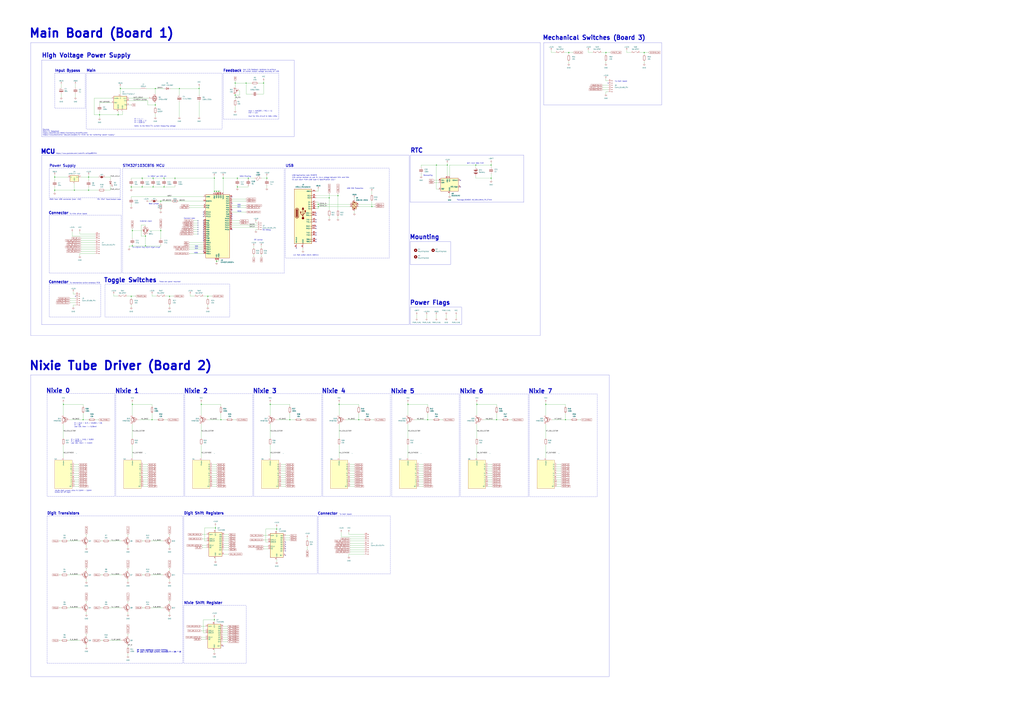
<source format=kicad_sch>
(kicad_sch (version 20231120) (generator "eeschema") (generator_version "8.0")
  (paper "A0")
  (title_block (title "Operation Urd"))
  (junction (at 102.87 205.74))
  (junction (at 190.5 217.17))
  (junction (at 203.2 207.01))
  (junction (at 176.53 487.68))
  (junction (at 102.87 220.98))
  (junction (at 313.69 469.9))
  (junction (at 186.69 233.68))
  (junction (at 63.5 205.74))
  (junction (at 233.68 469.9))
  (junction (at 177.8 217.17))
  (junction (at 369.57 240.03))
  (junction (at 703.58 60.96))
  (junction (at 336.55 487.68))
  (junction (at 152.4 344.17))
  (junction (at 180.34 121.92))
  (junction (at 306.07 96.52))
  (junction (at 553.72 469.9))
  (junction (at 256.54 487.68))
  (junction (at 273.05 110.49))
  (junction (at 251.46 303.53))
  (junction (at 137.16 133.35))
  (junction (at 288.29 207.01))
  (junction (at 576.58 487.68))
  (junction (at 748.03 60.96))
  (junction (at 196.85 344.17))
  (junction (at 165.1 217.17))
  (junction (at 275.59 207.01))
  (junction (at 285.75 96.52))
  (junction (at 393.7 469.9))
  (junction (at 248.92 720.09))
  (junction (at 259.08 207.01))
  (junction (at 416.56 487.68))
  (junction (at 273.05 96.52))
  (junction (at 153.67 285.75))
  (junction (at 165.1 207.01))
  (junction (at 96.52 487.68))
  (junction (at 250.19 613.41))
  (junction (at 241.3 344.17))
  (junction (at 633.73 469.9))
  (junction (at 63.5 220.98))
  (junction (at 382.27 229.87))
  (junction (at 570.23 191.77))
  (junction (at 86.36 220.98))
  (junction (at 153.67 469.9))
  (junction (at 177.8 207.01))
  (junction (at 473.71 469.9))
  (junction (at 660.4 60.96))
  (junction (at 309.88 207.01))
  (junction (at 275.59 217.17))
  (junction (at 186.69 267.97))
  (junction (at 190.5 207.01))
  (junction (at 153.67 267.97))
  (junction (at 254 222.25))
  (junction (at 552.45 191.77))
  (junction (at 73.66 469.9))
  (junction (at 519.43 191.77))
  (junction (at 139.7 102.87))
  (junction (at 431.8 240.03))
  (junction (at 369.57 237.49))
  (junction (at 152.4 217.17))
  (junction (at 248.92 222.25))
  (junction (at 496.57 487.68))
  (junction (at 168.91 274.32))
  (junction (at 251.46 222.25))
  (junction (at 570.23 207.01))
  (junction (at 248.92 207.01))
  (junction (at 392.43 227.33))
  (junction (at 506.73 191.77))
  (junction (at 180.34 102.87))
  (junction (at 656.59 487.68))
  (junction (at 115.57 133.35))
  (junction (at 208.28 102.87))
  (junction (at 231.14 102.87))
  (junction (at 321.31 614.68))
  (junction (at 168.91 285.75))
  (no_connect (at 229.87 256.54))
  (no_connect (at 331.47 645.16))
  (no_connect (at 331.47 640.08))
  (no_connect (at 344.17 288.29))
  (no_connect (at 236.22 246.38))
  (no_connect (at 331.47 637.54))
  (no_connect (at 367.03 265.43))
  (no_connect (at 331.47 629.92))
  (no_connect (at 229.87 271.78))
  (no_connect (at 236.22 274.32))
  (no_connect (at 229.87 264.16))
  (no_connect (at 269.24 251.46))
  (no_connect (at 236.22 264.16))
  (no_connect (at 236.22 256.54))
  (no_connect (at 367.03 270.51))
  (no_connect (at 706.12 96.52))
  (no_connect (at 367.03 278.13))
  (no_connect (at 236.22 248.92))
  (no_connect (at 87.63 344.17))
  (no_connect (at 236.22 292.1))
  (no_connect (at 331.47 632.46))
  (no_connect (at 236.22 269.24))
  (no_connect (at 236.22 279.4))
  (no_connect (at 367.03 250.19))
  (no_connect (at 269.24 236.22))
  (no_connect (at 534.67 209.55))
  (no_connect (at 236.22 266.7))
  (no_connect (at 259.08 750.57))
  (no_connect (at 269.24 248.92))
  (no_connect (at 269.24 243.84))
  (no_connect (at 534.67 217.17))
  (no_connect (at 229.87 269.24))
  (no_connect (at 331.47 635))
  (no_connect (at 367.03 262.89))
  (no_connect (at 229.87 266.7))
  (no_connect (at 367.03 247.65))
  (no_connect (at 269.24 266.7))
  (no_connect (at 367.03 273.05))
  (no_connect (at 367.03 255.27))
  (no_connect (at 236.22 251.46))
  (no_connect (at 269.24 254))
  (no_connect (at 236.22 271.78))
  (no_connect (at 236.22 276.86))
  (no_connect (at 367.03 280.67))
  (no_connect (at 229.87 259.08))
  (no_connect (at 236.22 261.62))
  (no_connect (at 367.03 257.81))
  (no_connect (at 229.87 261.62))
  (no_connect (at 269.24 228.6))
  (no_connect (at 236.22 259.08))
  (wire (pts (xy 278.13 110.49) (xy 273.05 110.49)))
  (wire (pts (xy 207.01 233.68) (xy 236.22 233.68)))
  (wire (pts (xy 660.4 60.96) (xy 665.48 60.96)))
  (wire (pts (xy 660.4 71.12) (xy 660.4 73.66)))
  (wire (pts (xy 71.12 97.79) (xy 71.12 101.6)))
  (wire (pts (xy 382.27 229.87) (xy 367.03 229.87)))
  (wire (pts (xy 153.67 516.89) (xy 153.67 532.13)))
  (wire (pts (xy 306.07 627.38) (xy 311.15 627.38)))
  (wire (pts (xy 86.36 557.53) (xy 91.44 557.53)))
  (wire (pts (xy 309.88 207.01) (xy 303.53 207.01)))
  (wire (pts (xy 224.79 261.62) (xy 229.87 261.62)))
  (wire (pts (xy 655.32 60.96) (xy 660.4 60.96)))
  (wire (pts (xy 92.71 271.78) (xy 92.71 269.24)))
  (wire (pts (xy 406.4 626.11) (xy 422.91 626.11)))
  (wire (pts (xy 656.59 469.9) (xy 633.73 469.9)))
  (wire (pts (xy 96.52 469.9) (xy 73.66 469.9)))
  (wire (pts (xy 260.35 623.57) (xy 265.43 623.57)))
  (wire (pts (xy 180.34 121.92) (xy 171.45 121.92)))
  (wire (pts (xy 78.74 706.12) (xy 92.71 706.12)))
  (wire (pts (xy 406.4 547.37) (xy 411.48 547.37)))
  (wire (pts (xy 521.97 191.77) (xy 552.45 191.77)))
  (wire (pts (xy 646.43 547.37) (xy 651.51 547.37)))
  (wire (pts (xy 486.41 542.29) (xy 491.49 542.29)))
  (wire (pts (xy 313.69 469.9) (xy 313.69 482.6)))
  (wire (pts (xy 168.91 262.89) (xy 168.91 261.62)))
  (wire (pts (xy 63.5 209.55) (xy 63.5 205.74)))
  (wire (pts (xy 416.56 237.49) (xy 435.61 237.49)))
  (wire (pts (xy 369.57 222.25) (xy 367.03 222.25)))
  (wire (pts (xy 93.98 279.4) (xy 110.49 279.4)))
  (wire (pts (xy 416.56 240.03) (xy 431.8 240.03)))
  (wire (pts (xy 63.5 220.98) (xy 63.5 223.52)))
  (wire (pts (xy 83.82 269.24) (xy 83.82 274.32)))
  (wire (pts (xy 269.24 238.76) (xy 285.75 238.76)))
  (wire (pts (xy 220.98 341.63) (xy 220.98 344.17)))
  (wire (pts (xy 196.85 621.03) (xy 196.85 623.57)))
  (wire (pts (xy 336.55 469.9) (xy 313.69 469.9)))
  (wire (pts (xy 176.53 344.17) (xy 181.61 344.17)))
  (wire (pts (xy 248.92 204.47) (xy 248.92 207.01)))
  (wire (pts (xy 175.26 628.65) (xy 189.23 628.65)))
  (wire (pts (xy 633.73 492.76) (xy 633.73 509.27)))
  (wire (pts (xy 406.4 636.27) (xy 422.91 636.27)))
  (wire (pts (xy 116.84 628.65) (xy 119.38 628.65)))
  (wire (pts (xy 356.87 638.81) (xy 356.87 635)))
  (wire (pts (xy 81.28 349.25) (xy 87.63 349.25)))
  (wire (pts (xy 416.56 480.06) (xy 416.56 487.68)))
  (wire (pts (xy 86.36 220.98) (xy 63.5 220.98)))
  (wire (pts (xy 269.24 233.68) (xy 285.75 233.68)))
  (wire (pts (xy 115.57 133.35) (xy 137.16 133.35)))
  (wire (pts (xy 699.77 99.06) (xy 706.12 99.06)))
  (wire (pts (xy 406.4 544.83) (xy 411.48 544.83)))
  (wire (pts (xy 260.35 643.89) (xy 265.43 643.89)))
  (wire (pts (xy 86.36 544.83) (xy 91.44 544.83)))
  (wire (pts (xy 405.13 621.03) (xy 405.13 618.49)))
  (wire (pts (xy 166.37 552.45) (xy 171.45 552.45)))
  (wire (pts (xy 275.59 217.17) (xy 288.29 217.17)))
  (wire (pts (xy 102.87 205.74) (xy 102.87 209.55)))
  (wire (pts (xy 96.52 480.06) (xy 96.52 487.68)))
  (wire (pts (xy 431.8 233.68) (xy 431.8 240.03)))
  (wire (pts (xy 246.38 542.29) (xy 251.46 542.29)))
  (wire (pts (xy 176.53 469.9) (xy 153.67 469.9)))
  (wire (pts (xy 102.87 205.74) (xy 114.3 205.74)))
  (wire (pts (xy 73.66 469.9) (xy 73.66 482.6)))
  (wire (pts (xy 406.4 565.15) (xy 411.48 565.15)))
  (wire (pts (xy 219.71 294.64) (xy 236.22 294.64)))
  (wire (pts (xy 165.1 706.12) (xy 167.64 706.12)))
  (wire (pts (xy 68.58 706.12) (xy 71.12 706.12)))
  (wire (pts (xy 326.39 562.61) (xy 331.47 562.61)))
  (wire (pts (xy 153.67 469.9) (xy 153.67 482.6)))
  (wire (pts (xy 190.5 217.17) (xy 203.2 217.17)))
  (wire (pts (xy 148.59 673.1) (xy 148.59 675.64)))
  (wire (pts (xy 496.57 480.06) (xy 496.57 487.68)))
  (wire (pts (xy 68.58 744.22) (xy 71.12 744.22)))
  (wire (pts (xy 406.4 638.81) (xy 422.91 638.81)))
  (wire (pts (xy 86.36 547.37) (xy 91.44 547.37)))
  (wire (pts (xy 336.55 472.44) (xy 336.55 469.9)))
  (wire (pts (xy 83.82 274.32) (xy 110.49 274.32)))
  (wire (pts (xy 294.64 285.75) (xy 294.64 288.29)))
  (wire (pts (xy 153.67 284.48) (xy 153.67 285.75)))
  (wire (pts (xy 259.08 727.71) (xy 264.16 727.71)))
  (wire (pts (xy 699.77 101.6) (xy 706.12 101.6)))
  (wire (pts (xy 236.22 735.33) (xy 236.22 720.09)))
  (wire (pts (xy 521.97 224.79) (xy 521.97 227.33)))
  (wire (pts (xy 303.53 295.91) (xy 303.53 298.45)))
  (wire (pts (xy 96.52 487.68) (xy 102.87 487.68)))
  (wire (pts (xy 177.8 215.9) (xy 177.8 217.17)))
  (wire (pts (xy 570.23 207.01) (xy 570.23 201.93)))
  (wire (pts (xy 180.34 121.92) (xy 180.34 124.46)))
  (wire (pts (xy 369.57 234.95) (xy 369.57 237.49)))
  (wire (pts (xy 78.74 668.02) (xy 92.71 668.02)))
  (wire (pts (xy 152.4 217.17) (xy 165.1 217.17)))
  (wire (pts (xy 186.69 267.97) (xy 186.69 276.86)))
  (wire (pts (xy 683.26 60.96) (xy 688.34 60.96)))
  (wire (pts (xy 231.14 102.87) (xy 208.28 102.87)))
  (wire (pts (xy 93.98 205.74) (xy 102.87 205.74)))
  (wire (pts (xy 473.71 469.9) (xy 473.71 482.6)))
  (wire (pts (xy 566.42 562.61) (xy 571.5 562.61)))
  (wire (pts (xy 86.36 562.61) (xy 91.44 562.61)))
  (wire (pts (xy 142.24 133.35) (xy 137.16 133.35)))
  (wire (pts (xy 132.08 341.63) (xy 132.08 344.17)))
  (wire (pts (xy 208.28 118.11) (xy 208.28 135.89)))
  (wire (pts (xy 241.3 344.17) (xy 241.3 346.71)))
  (wire (pts (xy 166.37 547.37) (xy 171.45 547.37)))
  (wire (pts (xy 369.57 240.03) (xy 369.57 242.57)))
  (wire (pts (xy 256.54 222.25) (xy 256.54 223.52)))
  (wire (pts (xy 309.88 215.9) (xy 309.88 218.44)))
  (wire (pts (xy 241.3 487.68) (xy 256.54 487.68)))
  (wire (pts (xy 259.08 207.01) (xy 259.08 223.52)))
  (wire (pts (xy 148.59 736.6) (xy 148.59 739.14)))
  (wire (pts (xy 670.56 487.68) (xy 674.37 487.68)))
  (wire (pts (xy 85.09 341.63) (xy 85.09 339.09)))
  (wire (pts (xy 260.35 636.27) (xy 265.43 636.27)))
  (wire (pts (xy 486.41 544.83) (xy 491.49 544.83)))
  (wire (pts (xy 416.56 472.44) (xy 416.56 469.9)))
  (wire (pts (xy 646.43 542.29) (xy 651.51 542.29)))
  (wire (pts (xy 153.67 467.36) (xy 153.67 469.9)))
  (wire (pts (xy 406.4 562.61) (xy 411.48 562.61)))
  (wire (pts (xy 640.08 60.96) (xy 645.16 60.96)))
  (wire (pts (xy 706.12 93.98) (xy 703.58 93.98)))
  (wire (pts (xy 186.69 233.68) (xy 199.39 233.68)))
  (wire (pts (xy 393.7 469.9) (xy 393.7 482.6)))
  (wire (pts (xy 241.3 354.33) (xy 241.3 356.87)))
  (wire (pts (xy 275.59 207.01) (xy 275.59 208.28)))
  (wire (pts (xy 148.59 762) (xy 148.59 759.46)))
  (wire (pts (xy 406.4 552.45) (xy 411.48 552.45)))
  (wire (pts (xy 224.79 256.54) (xy 229.87 256.54)))
  (wire (pts (xy 100.33 621.03) (xy 100.33 623.57)))
  (wire (pts (xy 256.54 469.9) (xy 233.68 469.9)))
  (wire (pts (xy 177.8 207.01) (xy 165.1 207.01)))
  (wire (pts (xy 275.59 215.9) (xy 275.59 217.17)))
  (wire (pts (xy 246.38 544.83) (xy 251.46 544.83)))
  (wire (pts (xy 246.38 547.37) (xy 251.46 547.37)))
  (wire (pts (xy 233.68 742.95) (xy 238.76 742.95)))
  (wire (pts (xy 254 303.53) (xy 251.46 303.53)))
  (wire (pts (xy 406.4 542.29) (xy 411.48 542.29)))
  (wire (pts (xy 308.61 629.92) (xy 308.61 614.68)))
  (wire (pts (xy 139.7 100.33) (xy 139.7 102.87)))
  (wire (pts (xy 121.92 220.98) (xy 128.27 220.98)))
  (wire (pts (xy 313.69 467.36) (xy 313.69 469.9)))
  (wire (pts (xy 240.03 628.65) (xy 237.49 628.65)))
  (wire (pts (xy 166.37 565.15) (xy 171.45 565.15)))
  (wire (pts (xy 496.57 469.9) (xy 473.71 469.9)))
  (wire (pts (xy 115.57 119.38) (xy 129.54 119.38)))
  (wire (pts (xy 506.73 365.76) (xy 506.73 369.57)))
  (wire (pts (xy 219.71 287.02) (xy 236.22 287.02)))
  (wire (pts (xy 369.57 219.71) (xy 369.57 222.25)))
  (wire (pts (xy 405.13 643.89) (xy 422.91 643.89)))
  (wire (pts (xy 259.08 730.25) (xy 264.16 730.25)))
  (wire (pts (xy 660.4 60.96) (xy 660.4 63.5)))
  (wire (pts (xy 246.38 560.07) (xy 251.46 560.07)))
  (wire (pts (xy 306.07 635) (xy 311.15 635)))
  (wire (pts (xy 161.29 487.68) (xy 176.53 487.68)))
  (wire (pts (xy 273.05 96.52) (xy 285.75 96.52)))
  (wire (pts (xy 646.43 549.91) (xy 651.51 549.91)))
  (wire (pts (xy 590.55 487.68) (xy 594.36 487.68)))
  (wire (pts (xy 259.08 742.95) (xy 264.16 742.95)))
  (wire (pts (xy 149.86 121.92) (xy 152.4 121.92)))
  (wire (pts (xy 411.48 245.11) (xy 411.48 247.65)))
  (wire (pts (xy 96.52 472.44) (xy 96.52 469.9)))
  (wire (pts (xy 166.37 554.99) (xy 171.45 554.99)))
  (wire (pts (xy 553.72 467.36) (xy 553.72 469.9)))
  (wire (pts (xy 486.41 552.45) (xy 491.49 552.45)))
  (wire (pts (xy 552.45 191.77) (xy 552.45 194.31)))
  (wire (pts (xy 176.53 341.63) (xy 176.53 344.17)))
  (wire (pts (xy 234.95 636.27) (xy 240.03 636.27)))
  (wire (pts (xy 191.77 344.17) (xy 196.85 344.17)))
  (wire (pts (xy 256.54 222.25) (xy 254 222.25)))
  (wire (pts (xy 233.68 727.71) (xy 238.76 727.71)))
  (wire (pts (xy 269.24 241.3) (xy 285.75 241.3)))
  (wire (pts (xy 486.41 557.53) (xy 491.49 557.53)))
  (wire (pts (xy 148.59 660.4) (xy 148.59 662.94)))
  (wire (pts (xy 646.43 562.61) (xy 651.51 562.61)))
  (wire (pts (xy 132.08 344.17) (xy 137.16 344.17)))
  (wire (pts (xy 166.37 560.07) (xy 171.45 560.07)))
  (wire (pts (xy 506.73 191.77) (xy 519.43 191.77)))
  (wire (pts (xy 570.23 191.77) (xy 570.23 194.31)))
  (wire (pts (xy 73.66 492.76) (xy 73.66 509.27)))
  (wire (pts (xy 166.37 542.29) (xy 171.45 542.29)))
  (wire (pts (xy 288.29 207.01) (xy 295.91 207.01)))
  (wire (pts (xy 116.84 706.12) (xy 119.38 706.12)))
  (wire (pts (xy 224.79 259.08) (xy 229.87 259.08)))
  (wire (pts (xy 405.13 643.89) (xy 405.13 646.43)))
  (wire (pts (xy 285.75 109.22) (xy 292.1 109.22)))
  (wire (pts (xy 552.45 204.47) (xy 552.45 207.01)))
  (wire (pts (xy 102.87 220.98) (xy 114.3 220.98)))
  (wire (pts (xy 152.4 237.49) (xy 152.4 240.03)))
  (wire (pts (xy 640.08 58.42) (xy 640.08 60.96)))
  (wire (pts (xy 646.43 560.07) (xy 651.51 560.07)))
  (wire (pts (xy 406.4 539.75) (xy 411.48 539.75)))
  (wire (pts (xy 273.05 93.98) (xy 273.05 96.52)))
  (wire (pts (xy 406.4 560.07) (xy 411.48 560.07)))
  (wire (pts (xy 186.69 243.84) (xy 186.69 245.11)))
  (wire (pts (xy 576.58 487.68) (xy 582.93 487.68)))
  (wire (pts (xy 382.27 224.79) (xy 382.27 229.87)))
  (wire (pts (xy 198.12 102.87) (xy 208.28 102.87)))
  (wire (pts (xy 177.8 217.17) (xy 190.5 217.17)))
  (wire (pts (xy 86.36 560.07) (xy 91.44 560.07)))
  (wire (pts (xy 186.69 236.22) (xy 186.69 233.68)))
  (wire (pts (xy 260.35 638.81) (xy 265.43 638.81)))
  (wire (pts (xy 486.41 560.07) (xy 491.49 560.07)))
  (wire (pts (xy 356.87 624.84) (xy 356.87 627.38)))
  (wire (pts (xy 100.33 749.3) (xy 100.33 751.84)))
  (wire (pts (xy 406.4 557.53) (xy 411.48 557.53)))
  (wire (pts (xy 326.39 549.91) (xy 331.47 549.91)))
  (wire (pts (xy 273.05 110.49) (xy 273.05 109.22)))
  (wire (pts (xy 127 668.02) (xy 140.97 668.02)))
  (wire (pts (xy 566.42 560.07) (xy 571.5 560.07)))
  (wire (pts (xy 518.16 365.76) (xy 518.16 369.57)))
  (wire (pts (xy 336.55 480.06) (xy 336.55 487.68)))
  (wire (pts (xy 326.39 539.75) (xy 331.47 539.75)))
  (wire (pts (xy 260.35 626.11) (xy 265.43 626.11)))
  (wire (pts (xy 172.72 233.68) (xy 175.26 233.68)))
  (wire (pts (xy 641.35 487.68) (xy 656.59 487.68)))
  (wire (pts (xy 92.71 271.78) (xy 110.49 271.78)))
  (wire (pts (xy 250.19 613.41) (xy 250.19 615.95)))
  (wire (pts (xy 93.98 287.02) (xy 110.49 287.02)))
  (wire (pts (xy 506.73 191.77) (xy 506.73 219.71)))
  (wire (pts (xy 406.4 633.73) (xy 422.91 633.73)))
  (wire (pts (xy 504.19 212.09) (xy 509.27 212.09)))
  (wire (pts (xy 177.8 207.01) (xy 177.8 208.28)))
  (wire (pts (xy 153.67 267.97) (xy 165.1 267.97)))
  (wire (pts (xy 256.54 480.06) (xy 256.54 487.68)))
  (wire (pts (xy 196.85 344.17) (xy 196.85 346.71)))
  (wire (pts (xy 430.53 487.68) (xy 434.34 487.68)))
  (wire (pts (xy 566.42 557.53) (xy 571.5 557.53)))
  (wire (pts (xy 416.56 469.9) (xy 393.7 469.9)))
  (wire (pts (xy 297.18 259.08) (xy 297.18 257.81)))
  (wire (pts (xy 127 744.22) (xy 140.97 744.22)))
  (wire (pts (xy 93.98 276.86) (xy 110.49 276.86)))
  (wire (pts (xy 570.23 207.01) (xy 570.23 209.55)))
  (wire (pts (xy 308.61 614.68) (xy 321.31 614.68)))
  (wire (pts (xy 152.4 344.17) (xy 152.4 346.71)))
  (wire (pts (xy 251.46 222.25) (xy 251.46 223.52)))
  (wire (pts (xy 100.33 633.73) (xy 100.33 636.27)))
  (wire (pts (xy 166.37 562.61) (xy 171.45 562.61)))
  (wire (pts (xy 115.57 121.92) (xy 115.57 119.38)))
  (wire (pts (xy 176.53 472.44) (xy 176.53 469.9)))
  (wire (pts (xy 137.16 129.54) (xy 137.16 133.35)))
  (wire (pts (xy 115.57 133.35) (xy 115.57 137.16)))
  (wire (pts (xy 196.85 673.1) (xy 196.85 675.64)))
  (wire (pts (xy 81.28 487.68) (xy 96.52 487.68)))
  (wire (pts (xy 396.24 623.57) (xy 422.91 623.57)))
  (wire (pts (xy 175.26 706.12) (xy 189.23 706.12)))
  (wire (pts (xy 326.39 560.07) (xy 331.47 560.07)))
  (wire (pts (xy 646.43 544.83) (xy 651.51 544.83)))
  (wire (pts (xy 351.79 288.29) (xy 351.79 290.83)))
  (wire (pts (xy 234.95 626.11) (xy 240.03 626.11)))
  (wire (pts (xy 190.5 207.01) (xy 190.5 208.28)))
  (wire (pts (xy 93.98 289.56) (xy 110.49 289.56)))
  (wire (pts (xy 748.03 60.96) (xy 753.11 60.96)))
  (wire (pts (xy 68.58 628.65) (xy 71.12 628.65)))
  (wire (pts (xy 406.4 554.99) (xy 411.48 554.99)))
  (wire (pts (xy 87.63 354.33) (xy 85.09 354.33)))
  (wire (pts (xy 234.95 633.73) (xy 240.03 633.73)))
  (wire (pts (xy 727.71 58.42) (xy 727.71 60.96)))
  (wire (pts (xy 273.05 110.49) (xy 273.05 115.57)))
  (wire (pts (xy 486.41 539.75) (xy 491.49 539.75)))
  (wire (pts (xy 292.1 96.52) (xy 285.75 96.52)))
  (wire (pts (xy 153.67 267.97) (xy 153.67 276.86)))
  (wire (pts (xy 367.03 227.33) (xy 392.43 227.33)))
  (wire (pts (xy 100.33 673.1) (xy 100.33 675.64)))
  (wire (pts (xy 241.3 344.17) (xy 246.38 344.17)))
  (wire (pts (xy 273.05 123.19) (xy 273.05 128.27)))
  (wire (pts (xy 115.57 133.35) (xy 115.57 129.54)))
  (wire (pts (xy 165.1 217.17) (xy 177.8 217.17)))
  (wire (pts (xy 203.2 208.28) (xy 203.2 207.01)))
  (wire (pts (xy 260.35 621.03) (xy 265.43 621.03)))
  (wire (pts (xy 309.88 204.47) (xy 309.88 207.01)))
  (wire (pts (xy 73.66 467.36) (xy 73.66 469.9)))
  (wire (pts (xy 326.39 552.45) (xy 331.47 552.45)))
  (wire (pts (xy 703.58 60.96) (xy 708.66 60.96)))
  (wire (pts (xy 116.84 744.22) (xy 119.38 744.22)))
  (wire (pts (xy 382.27 251.46) (xy 382.27 254)))
  (wire (pts (xy 233.68 492.76) (xy 233.68 509.27)))
  (wire (pts (xy 147.32 344.17) (xy 152.4 344.17)))
  (wire (pts (xy 224.79 269.24) (xy 229.87 269.24)))
  (wire (pts (xy 86.36 539.75) (xy 91.44 539.75)))
  (wire (pts (xy 148.59 621.03) (xy 148.59 623.57)))
  (wire (pts (xy 81.28 346.71) (xy 87.63 346.71)))
  (wire (pts (xy 269.24 259.08) (xy 278.13 259.08)))
  (wire (pts (xy 180.34 119.38) (xy 180.34 121.92)))
  (wire (pts (xy 269.24 256.54) (xy 278.13 256.54)))
  (wire (pts (xy 486.41 565.15) (xy 491.49 565.15)))
  (wire (pts (xy 656.59 472.44) (xy 656.59 469.9)))
  (wire (pts (xy 196.85 354.33) (xy 196.85 356.87)))
  (wire (pts (xy 406.4 628.65) (xy 422.91 628.65)))
  (wire (pts (xy 165.1 207.01) (xy 165.1 208.28)))
  (wire (pts (xy 326.39 565.15) (xy 331.47 565.15)))
  (wire (pts (xy 86.36 554.99) (xy 91.44 554.99)))
  (wire (pts (xy 481.33 487.68) (xy 496.57 487.68)))
  (wire (pts (xy 260.35 628.65) (xy 265.43 628.65)))
  (wire (pts (xy 552.45 207.01) (xy 570.23 207.01)))
  (wire (pts (xy 488.95 194.31) (xy 488.95 191.77)))
  (wire (pts (xy 392.43 224.79) (xy 392.43 227.33)))
  (wire (pts (xy 633.73 467.36) (xy 633.73 469.9)))
  (wire (pts (xy 392.43 251.46) (xy 392.43 254)))
  (wire (pts (xy 165.1 628.65) (xy 167.64 628.65)))
  (wire (pts (xy 250.19 610.87) (xy 250.19 613.41)))
  (wire (pts (xy 208.28 102.87) (xy 208.28 110.49)))
  (wire (pts (xy 269.24 261.62) (xy 298.45 261.62)))
  (wire (pts (xy 326.39 554.99) (xy 331.47 554.99)))
  (wire (pts (xy 259.08 204.47) (xy 259.08 207.01)))
  (wire (pts (xy 553.72 516.89) (xy 553.72 532.13)))
  (wire (pts (xy 566.42 565.15) (xy 571.5 565.15)))
  (wire (pts (xy 367.03 242.57) (xy 369.57 242.57)))
  (wire (pts (xy 259.08 737.87) (xy 264.16 737.87)))
  (wire (pts (xy 231.14 118.11) (xy 231.14 135.89)))
  (wire (pts (xy 699.77 104.14) (xy 706.12 104.14)))
  (wire (pts (xy 369.57 240.03) (xy 406.4 240.03)))
  (wire (pts (xy 393.7 467.36) (xy 393.7 469.9)))
  (wire (pts (xy 553.72 492.76) (xy 553.72 509.27)))
  (wire (pts (xy 196.85 711.2) (xy 196.85 713.74)))
  (wire (pts (xy 142.24 129.54) (xy 142.24 133.35)))
  (wire (pts (xy 246.38 539.75) (xy 251.46 539.75)))
  (wire (pts (xy 168.91 261.62) (xy 163.83 261.62)))
  (wire (pts (xy 259.08 740.41) (xy 264.16 740.41)))
  (wire (pts (xy 219.71 241.3) (xy 236.22 241.3)))
  (wire (pts (xy 306.07 109.22) (xy 306.07 96.52)))
  (wire (pts (xy 256.54 487.68) (xy 262.89 487.68)))
  (wire (pts (xy 116.84 668.02) (xy 119.38 668.02)))
  (wire (pts (xy 254 222.25) (xy 251.46 222.25)))
  (wire (pts (xy 87.63 97.79) (xy 87.63 101.6)))
  (wire (pts (xy 148.59 749.3) (xy 148.59 751.84)))
  (wire (pts (xy 396.24 618.49) (xy 396.24 623.57)))
  (wire (pts (xy 294.64 295.91) (xy 294.64 298.45)))
  (wire (pts (xy 163.83 261.62) (xy 163.83 274.32)))
  (wire (pts (xy 152.4 354.33) (xy 152.4 356.87)))
  (wire (pts (xy 703.58 93.98) (xy 703.58 91.44)))
  (wire (pts (xy 166.37 544.83) (xy 171.45 544.83)))
  (wire (pts (xy 566.42 547.37) (xy 571.5 547.37)))
  (wire (pts (xy 521.97 204.47) (xy 521.97 191.77)))
  (wire (pts (xy 149.86 288.29) (xy 149.86 285.75)))
  (wire (pts (xy 171.45 116.84) (xy 171.45 121.92)))
  (wire (pts (xy 698.5 60.96) (xy 703.58 60.96)))
  (wire (pts (xy 128.27 205.74) (xy 128.27 208.28)))
  (wire (pts (xy 248.92 222.25) (xy 248.92 207.01)))
  (wire (pts (xy 246.38 552.45) (xy 251.46 552.45)))
  (wire (pts (xy 129.54 114.3) (xy 109.22 114.3)))
  (wire (pts (xy 71.12 109.22) (xy 71.12 113.03)))
  (wire (pts (xy 269.24 231.14) (xy 285.75 231.14)))
  (wire (pts (xy 406.4 631.19) (xy 422.91 631.19)))
  (wire (pts (xy 367.03 237.49) (xy 369.57 237.49)))
  (wire (pts (xy 85.09 354.33) (xy 85.09 356.87)))
  (wire (pts (xy 168.91 274.32) (xy 168.91 273.05)))
  (wire (pts (xy 231.14 100.33) (xy 231.14 102.87)))
  (wire (pts (xy 238.76 735.33) (xy 236.22 735.33)))
  (wire (pts (xy 246.38 562.61) (xy 251.46 562.61)))
  (wire (pts (xy 86.36 565.15) (xy 91.44 565.15)))
  (wire (pts (xy 92.71 294.64) (xy 110.49 294.64)))
  (wire (pts (xy 486.41 549.91) (xy 491.49 549.91)))
  (wire (pts (xy 180.34 132.08) (xy 180.34 135.89)))
  (wire (pts (xy 233.68 516.89) (xy 233.68 532.13)))
  (wire (pts (xy 570.23 189.23) (xy 570.23 191.77)))
  (wire (pts (xy 102.87 203.2) (xy 102.87 205.74)))
  (wire (pts (xy 269.24 264.16) (xy 298.45 264.16)))
  (wire (pts (xy 165.1 668.02) (xy 167.64 668.02)))
  (wire (pts (xy 331.47 627.38) (xy 336.55 627.38)))
  (wire (pts (xy 233.68 740.41) (xy 238.76 740.41)))
  (wire (pts (xy 224.79 271.78) (xy 229.87 271.78)))
  (wire (pts (xy 260.35 633.73) (xy 265.43 633.73)))
  (wire (pts (xy 367.03 234.95) (xy 369.57 234.95)))
  (wire (pts (xy 576.58 472.44) (xy 576.58 469.9)))
  (wire (pts (xy 259.08 745.49) (xy 264.16 745.49)))
  (wire (pts (xy 236.22 720.09) (xy 248.92 720.09)))
  (wire (pts (xy 81.28 351.79) (xy 87.63 351.79)))
  (wire (pts (xy 219.71 289.56) (xy 236.22 289.56)))
  (wire (pts (xy 248.92 222.25) (xy 248.92 223.52)))
  (wire (pts (xy 331.47 624.84) (xy 336.55 624.84)))
  (wire (pts (xy 496.57 487.68) (xy 502.92 487.68)))
  (wire (pts (xy 86.36 542.29) (xy 91.44 542.29)))
  (wire (pts (xy 298.45 259.08) (xy 297.18 259.08)))
  (wire (pts (xy 203.2 207.01) (xy 248.92 207.01)))
  (wire (pts (xy 566.42 552.45) (xy 571.5 552.45)))
  (wire (pts (xy 321.31 650.24) (xy 321.31 652.78)))
  (wire (pts (xy 299.72 109.22) (xy 306.07 109.22)))
  (wire (pts (xy 180.34 102.87) (xy 180.34 109.22)))
  (wire (pts (xy 285.75 96.52) (xy 285.75 109.22)))
  (wire (pts (xy 219.71 281.94) (xy 236.22 281.94)))
  (wire (pts (xy 186.69 233.68) (xy 182.88 233.68)))
  (wire (pts (xy 250.19 648.97) (xy 250.19 651.51)))
  (wire (pts (xy 237.49 628.65) (xy 237.49 613.41)))
  (wire (pts (xy 176.53 480.06) (xy 176.53 487.68)))
  (wire (pts (xy 102.87 220.98) (xy 86.36 220.98)))
  (wire (pts (xy 219.71 238.76) (xy 236.22 238.76)))
  (wire (pts (xy 166.37 539.75) (xy 171.45 539.75)))
  (wire (pts (xy 656.59 487.68) (xy 662.94 487.68)))
  (wire (pts (xy 233.68 469.9) (xy 233.68 482.6)))
  (wire (pts (xy 431.8 240.03) (xy 435.61 240.03)))
  (wire (pts (xy 405.13 621.03) (xy 422.91 621.03)))
  (wire (pts (xy 256.54 472.44) (xy 256.54 469.9)))
  (wire (pts (xy 127 706.12) (xy 140.97 706.12)))
  (wire (pts (xy 742.95 60.96) (xy 748.03 60.96)))
  (wire (pts (xy 566.42 554.99) (xy 571.5 554.99)))
  (wire (pts (xy 170.18 102.87) (xy 180.34 102.87)))
  (wire (pts (xy 646.43 539.75) (xy 651.51 539.75)))
  (wire (pts (xy 152.4 344.17) (xy 157.48 344.17)))
  (wire (pts (xy 254 222.25) (xy 254 223.52)))
  (wire (pts (xy 168.91 285.75) (xy 186.69 285.75)))
  (wire (pts (xy 278.13 105.41) (xy 278.13 110.49)))
  (wire (pts (xy 416.56 487.68) (xy 422.91 487.68)))
  (wire (pts (xy 63.5 220.98) (xy 63.5 217.17)))
  (wire (pts (xy 163.83 274.32) (xy 168.91 274.32)))
  (wire (pts (xy 153.67 285.75) (xy 168.91 285.75)))
  (wire (pts (xy 251.46 302.26) (xy 251.46 303.53)))
  (wire (pts (xy 483.87 365.76) (xy 483.87 369.57)))
  (wire (pts (xy 152.4 219.71) (xy 152.4 217.17)))
  (wire (pts (xy 168.91 274.32) (xy 168.91 285.75)))
  (wire (pts (xy 166.37 557.53) (xy 171.45 557.53)))
  (wire (pts (xy 552.45 191.77) (xy 570.23 191.77)))
  (wire (pts (xy 246.38 549.91) (xy 251.46 549.91)))
  (wire (pts (xy 251.46 304.8) (xy 251.46 303.53)))
  (wire (pts (xy 488.95 191.77) (xy 506.73 191.77)))
  (wire (pts (xy 165.1 207.01) (xy 152.4 207.01)))
  (wire (pts (xy 703.58 60.96) (xy 703.58 63.5)))
  (wire (pts (xy 321.31 612.14) (xy 321.31 614.68)))
  (wire (pts (xy 236.22 344.17) (xy 241.3 344.17)))
  (wire (pts (xy 336.55 487.68) (xy 342.9 487.68)))
  (wire (pts (xy 248.92 720.09) (xy 248.92 722.63)))
  (wire (pts (xy 86.36 213.36) (xy 86.36 220.98)))
  (wire (pts (xy 87.63 109.22) (xy 87.63 113.03)))
  (wire (pts (xy 68.58 668.02) (xy 71.12 668.02)))
  (wire (pts (xy 166.37 549.91) (xy 171.45 549.91)))
  (wire (pts (xy 496.57 472.44) (xy 496.57 469.9)))
  (wire (pts (xy 486.41 547.37) (xy 491.49 547.37)))
  (wire (pts (xy 576.58 480.06) (xy 576.58 487.68)))
  (wire (pts (xy 148.59 633.73) (xy 148.59 636.27)))
  (wire (pts (xy 128.27 220.98) (xy 128.27 215.9)))
  (wire (pts (xy 224.79 266.7) (xy 229.87 266.7)))
  (wire (pts (xy 186.69 265.43) (xy 186.69 267.97)))
  (wire (pts (xy 321.31 487.68) (xy 336.55 487.68)))
  (wire (pts (xy 313.69 492.76) (xy 313.69 509.27)))
  (wire (pts (xy 683.26 58.42) (xy 683.26 60.96)))
  (wire (pts (xy 488.95 201.93) (xy 488.95 204.47)))
  (wire (pts (xy 172.72 267.97) (xy 186.69 267.97)))
  (wire (pts (xy 233.68 467.36) (xy 233.68 469.9)))
  (wire (pts (xy 298.45 266.7) (xy 297.18 266.7)))
  (wire (pts (xy 190.5 487.68) (xy 194.31 487.68)))
  (wire (pts (xy 110.49 487.68) (xy 114.3 487.68)))
  (wire (pts (xy 306.07 93.98) (xy 306.07 96.52)))
  (wire (pts (xy 392.43 227.33) (xy 392.43 243.84)))
  (wire (pts (xy 431.8 222.25) (xy 431.8 226.06)))
  (wire (pts (xy 566.42 544.83) (xy 571.5 544.83)))
  (wire (pts (xy 148.59 711.2) (xy 148.59 713.74)))
  (wire (pts (xy 393.7 492.76) (xy 393.7 509.27)))
  (wire (pts (xy 100.33 660.4) (xy 100.33 662.94)))
  (wire (pts (xy 495.3 365.76) (xy 495.3 369.57)))
  (wire (pts (xy 149.86 114.3) (xy 172.72 114.3)))
  (wire (pts (xy 246.38 554.99) (xy 251.46 554.99)))
  (wire (pts (xy 275.59 207.01) (xy 288.29 207.01)))
  (wire (pts (xy 248.92 717.55) (xy 248.92 720.09)))
  (wire (pts (xy 203.2 207.01) (xy 190.5 207.01)))
  (wire (pts (xy 259.08 207.01) (xy 275.59 207.01)))
  (wire (pts (xy 246.38 557.53) (xy 251.46 557.53)))
  (wire (pts (xy 86.36 552.45) (xy 91.44 552.45)))
  (wire (pts (xy 270.51 487.68) (xy 274.32 487.68)))
  (wire (pts (xy 63.5 205.74) (xy 78.74 205.74)))
  (wire (pts (xy 127 628.65) (xy 140.97 628.65)))
  (wire (pts (xy 73.66 516.89) (xy 73.66 532.13)))
  (wire (pts (xy 633.73 516.89) (xy 633.73 532.13)))
  (wire (pts (xy 139.7 102.87) (xy 162.56 102.87)))
  (wire (pts (xy 646.43 554.99) (xy 651.51 554.99)))
  (wire (pts (xy 311.15 629.92) (xy 308.61 629.92)))
  (wire (pts (xy 303.53 285.75) (xy 303.53 288.29)))
  (wire (pts (xy 203.2 217.17) (xy 203.2 215.9)))
  (wire (pts (xy 473.71 492.76) (xy 473.71 509.27)))
  (wire (pts (xy 350.52 487.68) (xy 354.33 487.68)))
  (wire (pts (xy 87.63 341.63) (xy 85.09 341.63)))
  (wire (pts (xy 288.29 207.01) (xy 288.29 208.28)))
  (wire (pts (xy 148.59 698.5) (xy 148.59 701.04)))
  (wire (pts (xy 703.58 71.12) (xy 703.58 73.66)))
  (wire (pts (xy 190.5 215.9) (xy 190.5 217.17)))
  (wire (pts (xy 152.4 228.6) (xy 152.4 229.87)))
  (wire (pts (xy 234.95 621.03) (xy 240.03 621.03)))
  (wire (pts (xy 100.33 711.2) (xy 100.33 713.74)))
  (wire (pts (xy 748.03 71.12) (xy 748.03 73.66)))
  (wire (pts (xy 646.43 557.53) (xy 651.51 557.53)))
  (wire (pts (xy 219.71 284.48) (xy 236.22 284.48)))
  (wire (pts (xy 224.79 264.16) (xy 229.87 264.16)))
  (wire (pts (xy 367.03 240.03) (xy 369.57 240.03)))
  (wire (pts (xy 326.39 557.53) (xy 331.47 557.53)))
  (wire (pts (xy 331.47 622.3) (xy 336.55 622.3)))
  (wire (pts (xy 260.35 631.19) (xy 265.43 631.19)))
  (wire (pts (xy 231.14 110.49) (xy 231.14 102.87)))
  (wire (pts (xy 411.48 229.87) (xy 411.48 232.41)))
  (wire (pts (xy 190.5 207.01) (xy 177.8 207.01)))
  (wire (pts (xy 326.39 544.83) (xy 331.47 544.83)))
  (wire (pts (xy 165.1 215.9) (xy 165.1 217.17)))
  (wire (pts (xy 519.43 191.77) (xy 519.43 204.47)))
  (wire (pts (xy 78.74 744.22) (xy 92.71 744.22)))
  (wire (pts (xy 100.33 698.5) (xy 100.33 701.04)))
  (wire (pts (xy 369.57 237.49) (xy 406.4 237.49)))
  (wire (pts (xy 180.34 102.87) (xy 190.5 102.87)))
  (wire (pts (xy 706.12 106.68) (xy 703.58 106.68)))
  (wire (pts (xy 102.87 217.17) (xy 102.87 220.98)))
  (wire (pts (xy 576.58 469.9) (xy 553.72 469.9)))
  (wire (pts (xy 175.26 668.02) (xy 189.23 668.02)))
  (wire (pts (xy 486.41 554.99) (xy 491.49 554.99)))
  (wire (pts (xy 519.43 189.23) (xy 519.43 191.77)))
  (wire (pts (xy 176.53 487.68) (xy 182.88 487.68)))
  (wire (pts (xy 86.36 549.91) (xy 91.44 549.91)))
  (wire (pts (xy 646.43 565.15) (xy 651.51 565.15)))
  (wire (pts (xy 196.85 698.5) (xy 196.85 701.04)))
  (wire (pts (xy 152.4 207.01) (xy 152.4 208.28)))
  (wire (pts (xy 248.92 755.65) (xy 248.92 758.19)))
  (wire (pts (xy 259.08 735.33) (xy 264.16 735.33)))
  (wire (pts (xy 633.73 469.9) (xy 633.73 482.6)))
  (wire (pts (xy 510.54 487.68) (xy 514.35 487.68)))
  (wire (pts (xy 553.72 469.9) (xy 553.72 482.6)))
  (wire (pts (xy 321.31 614.68) (xy 321.31 617.22)))
  (wire (pts (xy 121.92 205.74) (xy 128.27 205.74)))
  (wire (pts (xy 275.59 217.17) (xy 275.59 218.44)))
  (wire (pts (xy 566.42 549.91) (xy 571.5 549.91)))
  (wire (pts (xy 78.74 628.65) (xy 92.71 628.65)))
  (wire (pts (xy 153.67 265.43) (xy 153.67 267.97)))
  (wire (pts (xy 196.85 633.73) (xy 196.85 636.27)))
  (wire (pts (xy 63.5 203.2) (xy 63.5 205.74)))
  (wire (pts (xy 196.85 344.17) (xy 201.93 344.17)))
  (wire (pts (xy 153.67 492.76) (xy 153.67 509.27)))
  (wire (pts (xy 297.18 266.7) (xy 297.18 267.97)))
  (wire (pts (xy 152.4 215.9) (xy 152.4 217.17)))
  (wire (pts (xy 233.68 732.79) (xy 238.76 732.79)))
  (wire (pts (xy 273.05 96.52) (xy 273.05 101.6)))
  (wire (pts (xy 306.07 622.3) (xy 311.15 622.3)))
  (wire (pts (xy 254 302.26) (xy 254 303.53)))
  (wire (pts (xy 656.59 480.06) (xy 656.59 487.68)))
  (wire (pts (xy 401.32 487.68) (xy 416.56 487.68)))
  (wire (pts (xy 306.07 96.52) (xy 299.72 96.52)))
  (wire (pts (xy 109.22 133.35) (xy 115.57 133.35)))
  (wire (pts (xy 309.88 208.28) (xy 309.88 207.01)))
  (wire (pts (xy 486.41 562.61) (xy 491.49 562.61)))
  (wire (pts (xy 561.34 487.68) (xy 576.58 487.68)))
  (wire (pts (xy 149.86 285.75) (xy 153.67 285.75)))
  (wire (pts (xy 93.98 281.94) (xy 110.49 281.94)))
  (wire (pts (xy 220.98 344.17) (xy 226.06 344.17)))
  (wire (pts (xy 246.38 565.15) (xy 251.46 565.15)))
  (wire (pts (xy 646.43 552.45) (xy 651.51 552.45)))
  (wire (pts (xy 504.19 209.55) (xy 509.27 209.55)))
  (wire (pts (xy 393.7 516.89) (xy 393.7 532.13)))
  (wire (pts (xy 186.69 285.75) (xy 186.69 284.48)))
  (wire (pts (xy 237.49 613.41) (xy 250.19 613.41)))
  (wire (pts (xy 703.58 106.68) (xy 703.58 109.22)))
  (wire (pts (xy 288.29 217.17) (xy 288.29 215.9)))
  (wire (pts (xy 109.22 114.3) (xy 109.22 133.35)))
  (wire (pts (xy 382.27 243.84) (xy 382.27 229.87)))
  (wire (pts (xy 139.7 102.87) (xy 139.7 109.22)))
  (wire (pts (xy 93.98 284.48) (xy 110.49 284.48)))
  (wire (pts (xy 529.59 365.76) (xy 529.59 369.57)))
  (wire (pts (xy 566.42 542.29) (xy 571.5 542.29)))
  (wire (pts (xy 313.69 516.89) (xy 313.69 532.13)))
  (wire (pts (xy 473.71 516.89) (xy 473.71 532.13)))
  (wire (pts (xy 326.39 542.29) (xy 331.47 542.29)))
  (wire (pts (xy 566.42 539.75) (xy 571.5 539.75)))
  (wire (pts (xy 406.4 549.91) (xy 411.48 549.91)))
  (wire (pts (xy 149.86 116.84) (xy 171.45 116.84)))
  (wire (pts (xy 269.24 246.38) (xy 285.75 246.38)))
  (wire (pts (xy 326.39 547.37) (xy 331.47 547.37)))
  (wire (pts (xy 259.08 732.79) (xy 264.16 732.79)))
  (wire (pts (xy 100.33 736.6) (xy 100.33 739.14)))
  (wire (pts (xy 406.4 641.35) (xy 422.91 641.35)))
  (wire (pts (xy 152.4 228.6) (xy 236.22 228.6)))
  (wire (pts (xy 306.07 637.54) (xy 311.15 637.54)))
  (wire (pts (xy 92.71 294.64) (xy 92.71 297.18)))
  (wire (pts (xy 727.71 60.96) (xy 732.79 60.96)))
  (wire (pts (xy 509.27 219.71) (xy 506.73 219.71)))
  (wire (pts (xy 748.03 60.96) (xy 748.03 63.5)))
  (wire (pts (xy 276.86 105.41) (xy 278.13 105.41)))
  (wire (pts (xy 196.85 660.4) (xy 196.85 662.94)))
  (wire (pts (xy 251.46 222.25) (xy 248.92 222.25)))
  (wire (pts (xy 93.98 292.1) (xy 110.49 292.1)))
  (wire (pts (xy 473.71 467.36) (xy 473.71 469.9)))
  (rectangle (start 369.57 599.44) (end 453.39 666.75) (stroke (width 0) (type dash)))
  (rectangle (start 534.67 457.708) (end 613.41 577.088) (stroke (width 0) (type dash)))
  (rectangle (start 294.64 457.454) (end 373.38 576.834) (stroke (width 0) (type dash)))
  (rectangle (start 121.92 330.2) (end 266.7 368.3) (stroke (width 0) (type dash)))
  (rectangle (start 476.25 180.34) (end 608.33 234.95))
  (rectangle (start 331.47 195.58) (end 452.12 299.72) (stroke (width 0) (type dash)))
  (rectangle (start 48.26 180.34) (end 474.98 377.19))
  (rectangle (start 631.19 49.53) (end 768.35 121.92))
  (rectangle (start 259.08 85.09) (end 323.85 138.43) (stroke (width 0) (type dash)))
  (rectangle (start 63.5 85.09) (end 99.06 125.73) (stroke (width 0) (type dash)))
  (rectangle (start 100.33 85.09) (end 257.81 149.86) (stroke (width 0) (type dash)))
  (rectangle (start 614.68 457.708) (end 693.42 577.088) (stroke (width 0) (type dash)))
  (rectangle (start 214.63 457.454) (end 293.37 576.834) (stroke (width 0) (type dash)))
  (rectangle (start 374.65 457.454) (end 453.39 576.834) (stroke (width 0) (type dash)))
  (rectangle (start 48.26 69.85) (end 341.63 158.75))
  (rectangle (start 476.25 280.67) (end 523.24 307.34))
  (rectangle (start 57.15 330.2) (end 116.84 368.3) (stroke (width 0) (type dash)))
  (rectangle (start 54.61 457.2) (end 133.35 576.58) (stroke (width 0) (type dash)))
  (rectangle (start 57.15 195.58) (end 139.7 229.87) (stroke (width 0) (type dash)))
  (rectangle (start 213.36 703.58) (end 285.75 770.89) (stroke (width 0) (type dash)))
  (rectangle (start 35.56 49.53) (end 627.38 389.89))
  (rectangle (start 35.56 435.61) (end 707.39 786.13))
  (rectangle (start 454.66 457.708) (end 533.4 577.088) (stroke (width 0) (type dash)))
  (rectangle (start 213.36 599.44) (end 368.3 666.75) (stroke (width 0) (type dash)))
  (rectangle (start 54.61 599.44) (end 212.09 770.89) (stroke (width 0) (type dash)))
  (rectangle (start 134.62 457.454) (end 213.36 576.834) (stroke (width 0) (type dash)))
  (rectangle (start 57.15 250.19) (end 140.97 317.5) (stroke (width 0) (type dash)))
  (rectangle (start 142.24 195.58) (end 330.2 317.5) (stroke (width 0) (type dash)))
  (rectangle (start 476.25 356.87) (end 535.94 377.19))
  (text "To nixie driver board" (at 90.932 248.412 0) (effects (font (size 1.27 1.27))))
  (text "Package_SO:SOIC-8_3.9x4.9mm_P1.27mm" (at 550.926 232.41 0) (effects (font (size 1.27 1.27))))
  (text "CL=2(CL0-Cs)=2(12-5)pF=14pF" (at 153.67 288.29 0) (effects (font (size 1.27 1.27)) (justify left bottom)))
  (text "VDDA filtering" (at 278.13 205.74 0) (effects (font (size 1.27 1.27)) (justify left bottom)))
  (text "USB Application note AN4879" (at 339.09 204.47 0) (effects (font (size 1.27 1.27)) (justify left bottom)))
  (text "https://www.youtube.com/watch?v=aVUqaB0IMh4" (at 64.77 179.07 0) (effects (font (size 1.27 1.27)) (justify left bottom)))
  (text "High Voltage Power Supply" (at 48.26 67.31 0) (effects (font (size 5 5) (bold yes)) (justify left bottom)))
  (text "Nixie 3" (at 293.37 457.2 0) (effects (font (size 5 5) (bold yes)) (justify left bottom)))
  (text "MOSI" (at 230.124 294.64 0) (effects (font (size 1.27 1.27)) (justify right bottom)))
  (text "Input Bypass" (at 63.5 83.82 0) (effects (font (size 3 3) (bold yes)) (justify left bottom)))
  (text "These are panel mounted" (at 197.104 327.406 0) (effects (font (size 1.27 1.27))))
  (text "Digit Transistors" (at 54.61 598.17 0) (effects (font (size 3 3) (thickness 0.6) (bold yes)) (justify left bottom)))
  (text "Nixie 4" (at 373.38 457.2 0) (effects (font (size 5 5) (bold yes)) (justify left bottom)))
  (text "Connect later" (at 219.964 253.746 0) (effects (font (size 1.27 1.27))))
  (text "R = (3.3 - 0.7) / (0.003 / 10)\nR = 9K\nUse 10k, then I = 0.26mA\n" (at 86.36 496.57 0) (effects (font (size 1.27 1.27)) (justify left bottom)))
  (text "CC pull down from USB Type-C Specification 3.5.7 " (at 339.09 209.55 0) (effects (font (size 1.27 1.27)) (justify left bottom)))
  (text "Nixie 1" (at 133.35 457.2 0) (effects (font (size 5 5) (bold yes)) (justify left bottom)))
  (text "MCU" (at 46.99 179.07 0) (effects (font (size 5 5) (thickness 1.6) (bold yes)) (justify left bottom)))
  (text "SW Debug" (at 304.8 267.97 0) (effects (font (size 1.27 1.27)) (justify left bottom)))
  (text "Connector" (at 56.388 249.174 0) (effects (font (size 3 3) (thickness 0.6) (bold yes)) (justify left bottom)))
  (text "Nixie 2" (at 213.36 457.2 0) (effects (font (size 5 5) (bold yes)) (justify left bottom)))
  (text "R = V / I\nR = 0.01 / 2\nR = 0.05 Ω\n\n0.01v is the MAX1771 current measuring voltage" (at 156.21 147.32 0) (effects (font (size 1.27 1.27)) (justify left bottom)))
  (text "To main board" (at 401.32 597.662 0) (effects (font (size 1.27 1.27))))
  (text "Nixie 5" (at 453.39 457.454 0) (effects (font (size 5 5) (bold yes)) (justify left bottom)))
  (text "Mounting" (at 475.488 278.384 0) (effects (font (size 5 5) (bold yes)) (justify left bottom)))
  (text "Vout = Vref((R2 / R1) + 1)\nVref = 1.5v\n\nVout for this circuit is 150v-225v" (at 288.29 135.89 0) (effects (font (size 1.27 1.27)) (justify left bottom)))
  (text "Feedback" (at 259.08 83.82 0) (effects (font (size 3 3) (thickness 0.6) (bold yes)) (justify left bottom)))
  (text "IN12B digit current draw is 2.5mA - 3.5mA\n0.3mA for DP digit" (at 63.5 572.77 0) (effects (font (size 1.27 1.27)) (justify left bottom)))
  (text "Connector" (at 368.808 598.424 0) (effects (font (size 3 3) (thickness 0.6) (bold yes)) (justify left bottom)))
  (text "MOSI" (at 275.59 246.38 0) (effects (font (size 1.27 1.27)) (justify left bottom)))
  (text "RTC" (at 476.25 177.8 0) (effects (font (size 5 5) (bold yes)) (justify left bottom)))
  (text "DP needs additional current limiting.\nDP uses 1/10 digit current, therefore R = 10k * 10" (at 158.75 758.19 0) (effects (font (size 1.27 1.27) (bold yes)) (justify left bottom)))
  (text "Digit Shift Registers" (at 213.36 598.17 0) (effects (font (size 3 3) (thickness 0.6) (bold yes)) (justify left bottom)))
  (text "External clock" (at 162.56 257.81 0) (effects (font (size 1.27 1.27)) (justify left bottom)))
  (text "Min 22uF input/output caps" (at 113.03 232.41 0) (effects (font (size 1.27 1.27)) (justify left bottom)))
  (text "To mechanical switch breakout PCB" (at 98.552 328.676 0) (effects (font (size 1.27 1.27))))
  (text "NSS" (at 275.59 238.76 0) (effects (font (size 1.27 1.27)) (justify left bottom)))
  (text "R = (170 - 145) / 0.003\nR = 8333 Ω\nUse 10k, then I = 2.5mA" (at 82.55 515.62 0) (effects (font (size 1.27 1.27)) (justify left bottom)))
  (text "Nixie 6" (at 533.4 457.454 0) (effects (font (size 5 5) (bold yes)) (justify left bottom)))
  (text "Power Flags" (at 475.742 354.584 0) (effects (font (size 5 5) (bold yes)) (justify left bottom)))
  (text "Nixie Tube Driver (Board 2)" (at 33.274 430.784 0) (effects (font (size 10 10) (bold yes)) (justify left bottom)))
  (text "I2C pullup" (at 294.64 279.4 0) (effects (font (size 1.27 1.27)) (justify left bottom)))
  (text "JLC Part U262-161N-4BVC11" (at 340.36 297.18 0) (effects (font (size 1.27 1.27)) (justify left bottom)))
  (text "USB" (at 331.47 194.31 0) (effects (font (size 3 3) (thickness 0.5) (bold yes)) (justify left bottom)))
  (text "USB ESD Protection" (at 402.59 219.71 0) (effects (font (size 1.27 1.27)) (justify left bottom)))
  (text "Sources\nMAX1771 Datasheet\nhttps://desmith.net/NMdS/Electronics/NixiePSU.html\nhttps://www.electronics-lab.com/project/hv-nixie-dc-dc-switching-power-supply/" (at 49.53 157.48 0) (effects (font (size 1.27 1.27)) (justify left bottom)))
  (text "Main" (at 100.33 83.82 0) (effects (font (size 3 3) (thickness 0.6) (bold yes)) (justify left bottom)))
  (text "Toggle Switches" (at 120.396 328.422 0) (effects (font (size 5 5) (bold yes)) (justify left bottom)))
  (text "VBUS from USB connector (nom +5V)\n" (at 57.15 232.41 0) (effects (font (size 1.27 1.27)) (justify left bottom)))
  (text "1x 100nF per VDD pin" (at 171.45 205.74 0) (effects (font (size 1.27 1.27)) (justify left bottom)))
  (text "Power Supply" (at 57.15 194.31 0) (effects (font (size 3 3) (thickness 0.5) (bold yes)) (justify left bottom)))
  (text "Nixie 0" (at 53.34 456.946 0) (effects (font (size 5 5) (bold yes)) (justify left bottom)))
  (text "Use ±1% feedback resistors to achieve\nan overall output voltage accuracy of ±5%" (at 281.94 83.82 0) (effects (font (size 1.27 1.27)) (justify left bottom)))
  (text "Connector" (at 56.388 329.438 0) (effects (font (size 3 3) (thickness 0.6) (bold yes)) (justify left bottom)))
  (text "BAT-HLD-005-THM" (at 551.942 189.738 0) (effects (font (size 1.27 1.27))))
  (text "SCK" (at 230.124 289.56 0) (effects (font (size 1.27 1.27)) (justify right bottom)))
  (text "Boot jumper" (at 172.72 237.49 0) (effects (font (size 1.27 1.27)) (justify left bottom)))
  (text "Main Board (Board 1)" (at 33.274 44.45 0) (effects (font (size 10 10) (bold yes)) (justify left bottom)))
  (text "Nixie 7" (at 613.41 457.454 0) (effects (font (size 5 5) (bold yes)) (justify left bottom)))
  (text "STM32F103CBT6 MCU" (at 142.24 194.31 0) (effects (font (size 3 3) (thickness 0.5) (bold yes)) (justify left bottom)))
  (text "To main board" (at 721.106 94.488 0) (effects (font (size 1.27 1.27))))
  (text "Nixie Shift Register" (at 213.36 702.31 0) (effects (font (size 3 3) (thickness 0.6) (bold yes)) (justify left bottom)))
  (text "Mechanical Switches (Board 3)" (at 629.92 46.736 0) (effects (font (size 5 5) (bold yes)) (justify left bottom)))
  (text "1.5k pullup resistor on usb D+ to a voltage between 3.0v and 3.6v" (at 339.09 207.01 0) (effects (font (size 1.27 1.27)) (justify left bottom)))
  (text "SCK" (at 275.59 241.3 0) (effects (font (size 1.27 1.27)) (justify left bottom)))
  (text "NSS" (at 230.124 287.02 0) (effects (font (size 1.27 1.27)) (justify right bottom)))
  (text "Decoupling" (at 491.49 204.47 0) (effects (font (size 1.27 1.27)) (justify left bottom)))
  (label "GATE_DRIVE" (at 154.94 114.3 0))
  (label "N6_CATHODE" (at 553.72 527.05 0))
  (label "N0_CATHODE" (at 73.66 527.05 0))
  (label "N1_BASE" (at 163.83 487.68 0))
  (label "N4_CATHODE" (at 393.7 527.05 0))
  (label "CONN_D-" (at 370.84 237.49 0))
  (label "CONN_D+" (at 370.84 240.03 0))
  (label "N2_COLLECTOR" (at 233.68 501.65 0))
  (label "FB_PD" (at 273.05 114.3 0))
  (label "N7_COLLECTOR" (at 633.73 501.65 0))
  (label "S_1_BASE" (at 129.54 628.65 0))
  (label "PWR_LED_K" (at 128.27 220.98 0))
  (label "N5_CATHODE" (at 473.71 527.05 0))
  (label "DRAIN" (at 182.88 102.87 0))
  (label "N3_BASE" (at 323.85 487.68 0))
  (label "N4_COLLECTOR" (at 393.7 501.65 0))
  (label "S_4_BASE" (at 129.54 668.02 0))
  (label "N2_CATHODE" (at 233.68 527.05 0))
  (label "N2_BASE" (at 243.84 487.68 0))
  (label "N7_BASE" (at 643.89 487.68 0))
  (label "PWR_LED_A" (at 128.27 205.74 0))
  (label "N1_CATHODE" (at 153.67 527.05 0))
  (label "S_8_BASE" (at 177.8 706.12 0))
  (label "N1_COLLECTOR" (at 153.67 501.65 0))
  (label "S_6_BASE" (at 81.28 706.12 0))
  (label "S_5_BASE" (at 177.8 668.02 0))
  (label "N4_BASE" (at 403.86 487.68 0))
  (label "N3_CATHODE" (at 313.69 527.05 0))
  (label "N0_COLLECTOR" (at 73.66 501.65 0))
  (label "N5_COLLECTOR" (at 473.71 501.65 0))
  (label "N0_BASE" (at 83.82 487.68 0))
  (label "SWCLK" (at 289.56 264.16 0))
  (label "N7_CATHODE" (at 633.73 527.05 0))
  (label "JMP_BOOT0" (at 187.96 233.68 0))
  (label "N6_COLLECTOR" (at 553.72 501.65 0))
  (label "N5_BASE" (at 483.87 487.68 0))
  (label "N3_COLLECTOR" (at 313.69 501.65 0))
  (label "N6_BASE" (at 563.88 487.68 0))
  (label "CURRENT_SENSE" (at 154.94 116.84 0))
  (label "DP_R" (at 148.59 750.57 0))
  (label "S_2_BASE" (at 177.8 628.65 0))
  (label "S_7_BASE" (at 129.54 706.12 0))
  (label "BOOT0" (at 208.28 233.68 0))
  (label "S_DP_BASE" (at 129.54 744.22 0))
  (label "NRST" (at 194.31 228.6 0))
  (label "S_9_BASE" (at 81.28 744.22 0))
  (label "REF_BYPASS" (at 115.57 119.38 0))
  (label "S_3_BASE" (at 81.28 668.02 0))
  (label "SWDIO" (at 289.56 261.62 0))
  (label "S_0_BASE" (at 81.28 628.65 0))
  (global_label "NIXIE_0" (shape input) (at 91.44 539.75 0) (property "Intersheetrefs" "${INTERSHEET_REFS}" (effects (hide yes))))
  (global_label "SR_OE_H" (shape input) (at 93.98 276.86 180) (property "Intersheetrefs" "${INTERSHEET_REFS}" (effects (hide yes))))
  (global_label "NIXIE_3" (shape input) (at 91.44 557.53 0) (property "Intersheetrefs" "${INTERSHEET_REFS}" (effects (hide yes))))
  (global_label "NIXIE_8" (shape input) (at 491.49 544.83 0) (property "Intersheetrefs" "${INTERSHEET_REFS}" (effects (hide yes))))
  (global_label "DIG_SR_CLK_H" (shape input) (at 93.98 281.94 180) (property "Intersheetrefs" "${INTERSHEET_REFS}" (effects (hide yes))))
  (global_label "NIXIE_6" (shape input) (at 571.5 549.91 0) (property "Intersheetrefs" "${INTERSHEET_REFS}" (effects (hide yes))))
  (global_label "NIXIE_DP" (shape input) (at 251.46 565.15 0) (property "Intersheetrefs" "${INTERSHEET_REFS}" (effects (hide yes))))
  (global_label "NIXIE_2" (shape input) (at 91.44 560.07 0) (property "Intersheetrefs" "${INTERSHEET_REFS}" (effects (hide yes))))
  (global_label "N2_ENABLE" (shape input) (at 274.32 487.68 0) (property "Intersheetrefs" "${INTERSHEET_REFS}" (effects (hide yes))))
  (global_label "SIG_1" (shape input) (at 116.84 628.65 180) (property "Intersheetrefs" "${INTERSHEET_REFS}" (effects (hide yes))))
  (global_label "MINUTE_SW_H" (shape input) (at 81.28 349.25 180) (property "Intersheetrefs" "${INTERSHEET_REFS}" (effects (hide yes))))
  (global_label "NIX_SR_DATA_D" (shape input) (at 406.4 641.35 180) (property "Intersheetrefs" "${INTERSHEET_REFS}" (effects (hide yes))))
  (global_label "NIXIE_1" (shape input) (at 491.49 562.61 0) (property "Intersheetrefs" "${INTERSHEET_REFS}" (effects (hide yes))))
  (global_label "DIG_SR_CHAIN" (shape input) (at 265.43 643.89 0) (property "Intersheetrefs" "${INTERSHEET_REFS}" (effects (hide yes))))
  (global_label "NIX_SR_LATCH_H" (shape input) (at 93.98 287.02 180) (property "Intersheetrefs" "${INTERSHEET_REFS}" (effects (hide yes))))
  (global_label "NIXIE_1" (shape input) (at 91.44 562.61 0) (property "Intersheetrefs" "${INTERSHEET_REFS}" (effects (hide yes))))
  (global_label "NIXIE_6" (shape input) (at 411.48 549.91 0) (property "Intersheetrefs" "${INTERSHEET_REFS}" (effects (hide yes))))
  (global_label "NIXIE_3" (shape input) (at 651.51 557.53 0) (property "Intersheetrefs" "${INTERSHEET_REFS}" (effects (hide yes))))
  (global_label "SDA" (shape input) (at 303.53 298.45 270) (property "Intersheetrefs" "${INTERSHEET_REFS}" (effects (hide yes))))
  (global_label "SIG_0" (shape input) (at 265.43 636.27 0) (property "Intersheetrefs" "${INTERSHEET_REFS}" (effects (hide yes))))
  (global_label "NIXIE_7" (shape input) (at 571.5 547.37 0) (property "Intersheetrefs" "${INTERSHEET_REFS}" (effects (hide yes))))
  (global_label "N6_ENABLE" (shape input) (at 264.16 742.95 0) (property "Intersheetrefs" "${INTERSHEET_REFS}" (effects (hide yes))))
  (global_label "NIXIE_6" (shape input) (at 91.44 549.91 0) (property "Intersheetrefs" "${INTERSHEET_REFS}" (effects (hide yes))))
  (global_label "NIXIE_2" (shape input) (at 651.51 560.07 0) (property "Intersheetrefs" "${INTERSHEET_REFS}" (effects (hide yes))))
  (global_label "SIG_7" (shape input) (at 116.84 706.12 180) (property "Intersheetrefs" "${INTERSHEET_REFS}" (effects (hide yes))))
  (global_label "NIXIE_DP" (shape input) (at 571.5 565.15 0) (property "Intersheetrefs" "${INTERSHEET_REFS}" (effects (hide yes))))
  (global_label "USB_D-" (shape input) (at 435.61 237.49 0) (property "Intersheetrefs" "${INTERSHEET_REFS}" (effects (hide yes))))
  (global_label "NIXIE_9" (shape input) (at 100.33 736.6 90) (property "Intersheetrefs" "${INTERSHEET_REFS}" (effects (hide yes))))
  (global_label "SECOND_SW" (shape input) (at 753.11 60.96 0) (property "Intersheetrefs" "${INTERSHEET_REFS}" (effects (hide yes))))
  (global_label "NIXIE_2" (shape input) (at 331.47 560.07 0) (property "Intersheetrefs" "${INTERSHEET_REFS}" (effects (hide yes))))
  (global_label "NIXIE_5" (shape input) (at 411.48 552.45 0) (property "Intersheetrefs" "${INTERSHEET_REFS}" (effects (hide yes))))
  (global_label "SECOND_SW_H" (shape input) (at 81.28 351.79 180) (property "Intersheetrefs" "${INTERSHEET_REFS}" (effects (hide yes))))
  (global_label "NIXIE_2" (shape input) (at 571.5 560.07 0) (property "Intersheetrefs" "${INTERSHEET_REFS}" (effects (hide yes))))
  (global_label "DIG_SR_LATCH_D" (shape input) (at 306.07 635 180) (property "Intersheetrefs" "${INTERSHEET_REFS}" (effects (hide yes))))
  (global_label "N6_ENABLE" (shape input) (at 594.36 487.68 0) (property "Intersheetrefs" "${INTERSHEET_REFS}" (effects (hide yes))))
  (global_label "NIXIE_9" (shape input) (at 331.47 542.29 0) (property "Intersheetrefs" "${INTERSHEET_REFS}" (effects (hide yes))))
  (global_label "NIXIE_6" (shape input) (at 171.45 549.91 0) (property "Intersheetrefs" "${INTERSHEET_REFS}" (effects (hide yes))))
  (global_label "NIXIE_3" (shape input) (at 100.33 660.4 90) (property "Intersheetrefs" "${INTERSHEET_REFS}" (effects (hide yes))))
  (global_label "NIXIE_4" (shape input) (at 171.45 554.99 0) (property "Intersheetrefs" "${INTERSHEET_REFS}" (effects (hide yes))))
  (global_label "NIXIE_DP" (shape input) (at 171.45 565.15 0) (property "Intersheetrefs" "${INTERSHEET_REFS}" (effects (hide yes))))
  (global_label "HSE_IN" (shape input) (at 153.67 265.43 90) (property "Intersheetrefs" "${INTERSHEET_REFS}" (effects (hide yes))))
  (global_label "MODE_SW" (shape input) (at 201.93 344.17 0) (property "Intersheetrefs" "${INTERSHEET_REFS}" (effects (hide yes))))
  (global_label "NIXIE_3" (shape input) (at 171.45 557.53 0) (property "Intersheetrefs" "${INTERSHEET_REFS}" (effects (hide yes))))
  (global_label "NIX_SR_CLK_H" (shape input) (at 93.98 289.56 180) (property "Intersheetrefs" "${INTERSHEET_REFS}" (effects (hide yes))))
  (global_label "HSE_OUT" (shape input) (at 219.71 241.3 180) (property "Intersheetrefs" "${INTERSHEET_REFS}" (effects (hide yes))))
  (global_label "NIXIE_8" (shape input) (at 91.44 544.83 0) (property "Intersheetrefs" "${INTERSHEET_REFS}" (effects (hide yes))))
  (global_label "N4_ENABLE" (shape input) (at 434.34 487.68 0) (property "Intersheetrefs" "${INTERSHEET_REFS}" (effects (hide yes))))
  (global_label "SR_OE_D" (shape input) (at 406.4 626.11 180) (property "Intersheetrefs" "${INTERSHEET_REFS}" (effects (hide yes))))
  (global_label "NIX_SR_DATA_H" (shape input) (at 93.98 292.1 180) (property "Intersheetrefs" "${INTERSHEET_REFS}" (effects (hide yes))))
  (global_label "DIG_SR_LATCH_D" (shape input) (at 406.4 628.65 180) (property "Intersheetrefs" "${INTERSHEET_REFS}" (effects (hide yes))))
  (global_label "N7_ENABLE" (shape input) (at 264.16 745.49 0) (property "Intersheetrefs" "${INTERSHEET_REFS}" (effects (hide yes))))
  (global_label "SIG_2" (shape input) (at 165.1 628.65 180) (property "Intersheetrefs" "${INTERSHEET_REFS}" (effects (hide yes))))
  (global_label "NIXIE_6" (shape input) (at 331.47 549.91 0) (property "Intersheetrefs" "${INTERSHEET_REFS}" (effects (hide yes))))
  (global_label "NIXIE_7" (shape input) (at 91.44 547.37 0) (property "Intersheetrefs" "${INTERSHEET_REFS}" (effects (hide yes))))
  (global_label "NIXIE_0" (shape input) (at 411.48 539.75 0) (property "Intersheetrefs" "${INTERSHEET_REFS}" (effects (hide yes))))
  (global_label "NIXIE_5" (shape input) (at 171.45 552.45 0) (property "Intersheetrefs" "${INTERSHEET_REFS}" (effects (hide yes))))
  (global_label "NIXIE_7" (shape input) (at 651.51 547.37 0) (property "Intersheetrefs" "${INTERSHEET_REFS}" (effects (hide yes))))
  (global_label "NIXIE_0" (shape input) (at 100.33 621.03 90) (property "Intersheetrefs" "${INTERSHEET_REFS}" (effects (hide yes))))
  (global_label "NIXIE_8" (shape input) (at 651.51 544.83 0) (property "Intersheetrefs" "${INTERSHEET_REFS}" (effects (hide yes))))
  (global_label "NIXIE_7" (shape input) (at 251.46 547.37 0) (property "Intersheetrefs" "${INTERSHEET_REFS}" (effects (hide yes))))
  (global_label "NIXIE_DP" (shape input) (at 148.59 736.6 90) (property "Intersheetrefs" "${INTERSHEET_REFS}" (effects (hide yes))))
  (global_label "NIXIE_5" (shape input) (at 196.85 660.4 90) (property "Intersheetrefs" "${INTERSHEET_REFS}" (effects (hide yes))))
  (global_label "USB_D+" (shape input) (at 435.61 240.03 0) (property "Intersheetrefs" "${INTERSHEET_REFS}" (effects (hide yes))))
  (global_label "NIXIE_4" (shape input) (at 571.5 554.99 0) (property "Intersheetrefs" "${INTERSHEET_REFS}" (effects (hide yes))))
  (global_label "NIXIE_3" (shape input) (at 491.49 557.53 0) (property "Intersheetrefs" "${INTERSHEET_REFS}" (effects (hide yes))))
  (global_label "DIG_SR_DATA_H" (shape input) (at 93.98 284.48 180) (property "Intersheetrefs" "${INTERSHEET_REFS}" (effects (hide yes))))
  (global_label "NIXIE_9" (shape input) (at 491.49 542.29 0) (property "Intersheetrefs" "${INTERSHEET_REFS}" (effects (hide yes))))
  (global_label "DIG_SR_CLK_D" (shape input) (at 234.95 626.11 180) (property "Intersheetrefs" "${INTERSHEET_REFS}" (effects (hide yes))))
  (global_label "NIXIE_5" (shape input) (at 651.51 552.45 0) (property "Intersheetrefs" "${INTERSHEET_REFS}" (effects (hide yes))))
  (global_label "NIXIE_0" (shape input) (at 651.51 539.75 0) (property "Intersheetrefs" "${INTERSHEET_REFS}" (effects (hide yes))))
  (global_label "NIXIE_4" (shape input) (at 491.49 554.99 0) (property "Intersheetrefs" "${INTERSHEET_REFS}" (effects (hide yes))))
  (global_label "N0_ENABLE" (shape input) (at 114.3 487.68 0) (property "Intersheetrefs" "${INTERSHEET_REFS}" (effects (hide yes))))
  (global_label "HSE_IN" (shape input) (at 219.71 238.76 180) (property "Intersheetrefs" "${INTERSHEET_REFS}" (effects (hide yes))))
  (global_label "NIXIE_1" (shape input) (at 148.59 621.03 90) (property "Intersheetrefs" "${INTERSHEET_REFS}" (effects (hide yes))))
  (global_label "NIXIE_2" (shape input) (at 196.85 621.03 90) (property "Intersheetrefs" "${INTERSHEET_REFS}" (effects (hide yes))))
  (global_label "SDA" (shape input) (at 504.19 212.09 180) (property "Intersheetrefs" "${INTERSHEET_REFS}" (effects (hide yes))))
  (global_label "USB_CC1" (shape input) (at 285.75 231.14 0) (property "Intersheetrefs" "${INTERSHEET_REFS}" (effects (hide yes))))
  (global_label "SECOND_SW_H" (shape input) (at 224.79 271.78 180) (property "Intersheetrefs" "${INTERSHEET_REFS}" (effects (hide yes))))
  (global_label "MINUTE_SW" (shape input) (at 708.66 60.96 0) (property "Intersheetrefs" "${INTERSHEET_REFS}" (effects (hide yes))))
  (global_label "NIXIE_1" (shape input) (at 171.45 562.61 0) (property "Intersheetrefs" "${INTERSHEET_REFS}" (effects (hide yes))))
  (global_label "SDA" (shape input) (at 219.71 284.48 180) (property "Intersheetrefs" "${INTERSHEET_REFS}" (effects (hide yes))))
  (global_label "FB" (shape input) (at 273.05 93.98 90) (property "Intersheetrefs" "${INTERSHEET_REFS}" (effects (hide yes))))
  (global_label "SIG_3" (shape input) (at 68.58 668.02 180) (property "Intersheetrefs" "${INTERSHEET_REFS}" (effects (hide yes))))
  (global_label "NIXIE_DP" (shape input) (at 491.49 565.15 0) (property "Intersheetrefs" "${INTERSHEET_REFS}" (effects (hide yes))))
  (global_label "NIX_SR_CLK_H" (shape input) (at 219.71 289.56 180) (property "Intersheetrefs" "${INTERSHEET_REFS}" (effects (hide yes))))
  (global_label "NIXIE_0" (shape input) (at 171.45 539.75 0) (property "Intersheetrefs" "${INTERSHEET_REFS}" (effects (hide yes))))
  (global_label "DIG_SR_DATA_D" (shape input) (at 406.4 633.73 180) (property "Intersheetrefs" "${INTERSHEET_REFS}" (effects (hide yes))))
  (global_label "NIXIE_1" (shape input) (at 571.5 562.61 0) (property "Intersheetrefs" "${INTERSHEET_REFS}" (effects (hide yes))))
  (global_label "NIXIE_9" (shape input) (at 571.5 542.29 0) (property "Intersheetrefs" "${INTERSHEET_REFS}" (effects (hide yes))))
  (global_label "NIXIE_8" (shape input) (at 251.46 544.83 0) (property "Intersheetrefs" "${INTERSHEET_REFS}" (effects (hide yes))))
  (global_label "SIG_2" (shape input) (at 336.55 624.84 0) (property "Intersheetrefs" "${INTERSHEET_REFS}" (effects (hide yes))))
  (global_label "NIXIE_1" (shape input) (at 651.51 562.61 0) (property "Intersheetrefs" "${INTERSHEET_REFS}" (effects (hide yes))))
  (global_label "N3_ENABLE" (shape input) (at 264.16 735.33 0) (property "Intersheetrefs" "${INTERSHEET_REFS}" (effects (hide yes))))
  (global_label "SIG_0" (shape input) (at 68.58 628.65 180) (property "Intersheetrefs" "${INTERSHEET_REFS}" (effects (hide yes))))
  (global_label "SIG_6" (shape input) (at 68.58 706.12 180) (property "Intersheetrefs" "${INTERSHEET_REFS}" (effects (hide yes))))
  (global_label "NIXIE_DP" (shape input) (at 331.47 565.15 0) (property "Intersheetrefs" "${INTERSHEET_REFS}" (effects (hide yes))))
  (global_label "ADJUST_SW" (shape input) (at 224.79 264.16 180) (property "Intersheetrefs" "${INTERSHEET_REFS}" (effects (hide yes))))
  (global_label "NIXIE_DP" (shape input) (at 651.51 565.15 0) (property "Intersheetrefs" "${INTERSHEET_REFS}" (effects (hide yes))))
  (global_label "N3_ENABLE" (shape input) (at 354.33 487.68 0) (property "Intersheetrefs" "${INTERSHEET_REFS}" (effects (hide yes))))
  (global_label "NIXIE_2" (shape input) (at 411.48 560.07 0) (property "Intersheetrefs" "${INTERSHEET_REFS}" (effects (hide yes))))
  (global_label "NIXIE_2" (shape input) (at 491.49 560.07 0) (property "Intersheetrefs" "${INTERSHEET_REFS}" (effects (hide yes))))
  (global_label "DIG_SR_LATCH_D" (shape input) (at 234.95 633.73 180) (property "Intersheetrefs" "${INTERSHEET_REFS}" (effects (hide yes))))
  (global_label "SIG_1" (shape input) (at 336.55 622.3 0) (property "Intersheetrefs" "${INTERSHEET_REFS}" (effects (hide yes))))
  (global_label "NIXIE_7" (shape input) (at 148.59 698.5 90) (property "Intersheetrefs" "${INTERSHEET_REFS}" (effects (hide yes))))
  (global_label "NIXIE_9" (shape input) (at 651.51 542.29 0) (property "Intersheetrefs" "${INTERSHEET_REFS}" (effects (hide yes))))
  (global_label "DIG_SR_DATA_H" (shape input) (at 285.75 246.38 0) (property "Intersheetrefs" "${INTERSHEET_REFS}" (effects (hide yes))))
  (global_label "SR_OE" (shape input) (at 306.07 637.54 180) (property "Intersheetrefs" "${INTERSHEET_REFS}" (effects (hide yes))))
  (global_label "NIXIE_7" (shape input) (at 411.48 547.37 0) (property "Intersheetrefs" "${INTERSHEET_REFS}" (effects (hide yes))))
  (global_label "NIXIE_8" (shape input) (at 196.85 698.5 90) (property "Intersheetrefs" "${INTERSHEET_REFS}" (effects (hide yes))))
  (global_label "HOUR_SW_H" (shape input) (at 81.28 346.71 180) (property "Intersheetrefs" "${INTERSHEET_REFS}" (effects (hide yes))))
  (global_label "SCL" (shape input) (at 294.64 298.45 270) (property "Intersheetrefs" "${INTERSHEET_REFS}" (effects (hide yes))))
  (global_label "NIXIE_7" (shape input) (at 491.49 547.37 0) (property "Intersheetrefs" "${INTERSHEET_REFS}" (effects (hide yes))))
  (global_label "NIXIE_9" (shape input) (at 91.44 542.29 0) (property "Intersheetrefs" "${INTERSHEET_REFS}" (effects (hide yes))))
  (global_label "USB_CC1" (shape input) (at 392.43 224.79 90) (property "Intersheetrefs" "${INTERSHEET_REFS}" (effects (hide yes))))
  (global_label "NIXIE_5" (shape input) (at 91.44 552.45 0) (property "Intersheetrefs" "${INTERSHEET_REFS}" (effects (hide yes))))
  (global_label "NIXIE_5" (shape input) (at 571.5 552.45 0) (property "Intersheetrefs" "${INTERSHEET_REFS}" (effects (hide yes))))
  (global_label "SIG_4" (shape input) (at 116.84 668.02 180) (property "Intersheetrefs" "${INTERSHEET_REFS}" (effects (hide yes))))
  (global_label "USB_D+" (shape input) (at 278.13 259.08 0) (property "Intersheetrefs" "${INTERSHEET_REFS}" (effects (hide yes))))
  (global_label "N5_ENABLE" (shape input) (at 264.16 740.41 0) (property "Intersheetrefs" "${INTERSHEET_REFS}" (effects (hide yes))))
  (global_label "SR_OE" (shape input) (at 234.95 636.27 180) (property "Intersheetrefs" "${INTERSHEET_REFS}" (effects (hide yes))))
  (global_label "NIX_SR_LATCH_D" (shape input) (at 406.4 636.27 180) (property "Intersheetrefs" "${INTERSHEET_REFS}" (effects (hide yes))))
  (global_label "DIG_SR_CHAIN" (shape input) (at 306.07 622.3 180) (property "Intersheetrefs" "${INTERSHEET_REFS}" (effects (hide yes))))
  (global_label "NIXIE_8" (shape input) (at 331.47 544.83 0) (property "Intersheetrefs" "${INTERSHEET_REFS}" (effects (hide yes))))
  (global_label "NIXIE_7" (shape input) (at 171.45 547.37 0) (property "Intersheetrefs" "${INTERSHEET_REFS}" (effects (hide yes))))
  (global_label "NIXIE_9" (shape input) (at 171.45 542.29 0) (property "Intersheetrefs" "${INTERSHEET_REFS}" (effects (hide yes))))
  (global_label "N5_ENABLE" (shape input) (at 514.35 487.68 0) (property "Intersheetrefs" "${INTERSHEET_REFS}" (effects (hide yes))))
  (global_label "NIXIE_7" (shape input) (at 331.47 547.37 0) (property "Intersheetrefs" "${INTERSHEET_REFS}" (effects (hide yes))))
  (global_label "DIG_SR_CLK_H" (shape input) (at 285.75 241.3 0) (property "Intersheetrefs" "${INTERSHEET_REFS}" (effects (hide yes))))
  (global_label "NIXIE_4" (shape input) (at 148.59 660.4 90) (property "Intersheetrefs" "${INTERSHEET_REFS}" (effects (hide yes))))
  (global_label "SCL" (shape input) (at 219.71 281.94 180) (property "Intersheetrefs" "${INTERSHEET_REFS}" (effects (hide yes))))
  (global_label "NIXIE_1" (shape input) (at 251.46 562.61 0) (property "Intersheetrefs" "${INTERSHEET_REFS}" (effects (hide yes))))
  (global_label "NIXIE_6" (shape input) (at 651.51 549.91 0) (property "Intersheetrefs" "${INTERSHEET_REFS}" (effects (hide yes))))
  (global_label "HSE_OUT" (shape input) (at 186.69 265.43 90) (property "Intersheetrefs" "${INTERSHEET_REFS}" (effects (hide yes))))
  (global_label "SIG_DP" (shape input) (at 265.43 638.81 0) (property "Intersheetrefs" "${INTERSHEET_REFS}" (effects (hide yes))))
  (global_label "NIXIE_6" (shape input) (at 251.46 549.91 0) (property "Intersheetrefs" "${INTERSHEET_REFS}" (effects (hide yes))))
  (global_label "SIG_5" (shape input) (at 265.43 623.57 0) (property "Intersheetrefs" "${INTERSHEET_REFS}" (effects (hide yes))))
  (global_label "NIX_SR_CLK_D" (shape input) (at 406.4 638.81 180) (property "Intersheetrefs" "${INTERSHEET_REFS}" (effects (hide yes))))
  (global_label "N2_ENABLE" (shape input) (at 264.16 732.79 0) (property "Intersheetrefs" "${INTERSHEET_REFS}" (effects (hide yes))))
  (global_label "NIXIE_8" (shape input) (at 171.45 544.83 0) (property "Intersheetrefs" "${INTERSHEET_REFS}" (effects (hide yes))))
  (global_label "NIX_SR_LATCH_D" (shape input) (at 233.68 740.41 180) (property "Intersheetrefs" "${INTERSHEET_REFS}" (effects (hide yes))))
  (global_label "DIG_SR_CLK_D" (shape input) (at 406.4 631.19 180) (property "Intersheetrefs" "${INTERSHEET_REFS}" (effects (hide yes))))
  (global_label "NIXIE_4" (shape input) (at 331.47 554.99 0) (property "Intersheetrefs" "${INTERSHEET_REFS}" (effects (hide yes))))
  (global_label "SIG_7" (shape input) (at 265.43 628.65 0) (property "Intersheetrefs" "${INTERSHEET_REFS}" (effects (hide yes))))
  (global_label "SIG_8" (shape input) (at 165.1 706.12 180) (property "Intersheetrefs" "${INTERSHEET_REFS}" (effects (hide yes))))
  (global_label "NIX_SR_DATA_D" (shape input) (at 233.68 727.71 180) (property "Intersheetrefs" "${INTERSHEET_REFS}" (effects (hide yes))))
  (global_label "NIXIE_8" (shape input) (at 571.5 544.83 0) (property "Intersheetrefs" "${INTERSHEET_REFS}" (effects (hide yes))))
  (global_label "NIXIE_6" (shape input) (at 491.49 549.91 0) (property "Intersheetrefs" "${INTERSHEET_REFS}" (effects (hide yes))))
  (global_label "DIG_SR_LATCH_H" (shape input) (at 93.98 279.4 180) (property "Intersheetrefs" "${INTERSHEET_REFS}" (effects (hide yes))))
  (global_label "N7_ENABLE" (shape input) (at 674.37 487.68 0) (property "Intersheetrefs" "${INTERSHEET_REFS}" (effects (hide yes))))
  (global_label "SR_OE" (shape input) (at 356.87 638.81 270) (property "Intersheetrefs" "${INTERSHEET_REFS}" (effects (hide yes))))
  (global_label "NIXIE_3" (shape input) (at 251.46 557.53 0) (property "Intersheetrefs" "${INTERSHEET_REFS}" (effects (hide yes))))
  (global_label "NIXIE_3" (shape input) (at 571.5 557.53 0) (property "Intersheetrefs" "${INTERSHEET_REFS}" (effects (hide yes))))
  (global_label "SIG_6" (shape input) (at 265.43 626.11 0) (property "Intersheetrefs" "${INTERSHEET_REFS}" (effects (hide yes))))
  (global_label "NIX_SR_LATCH_H" (shape input) (at 219.71 287.02 180) (property "Intersheetrefs" "${INTERSHEET_REFS}" (effects (hide yes))))
  (global_label "NIXIE_DP" (shape input) (at 411.48 565.15 0) (property "Intersheetrefs" "${INTERSHEET_REFS}" (effects (hide yes))))
  (global_label "NIXIE_5" (shape input) (at 331.47 552.45 0) (property "Intersheetrefs" "${INTERSHEET_REFS}" (effects (hide yes))))
  (global_label "NIXIE_0" (shape input) (at 571.5 539.75 0) (property "Intersheetrefs" "${INTERSHEET_REFS}" (effects (hide yes))))
  (global_label "NIXIE_5" (shape input) (at 251.46 552.45 0) (property "Intersheetrefs" "${INTERSHEET_REFS}" (effects (hide yes))))
  (global_label "FB" (shape input) (at 152.4 121.92 0) (property "Intersheetrefs" "${INTERSHEET_REFS}" (effects (hide yes))))
  (global_label "NIX_SR_CLK_D" (shape input) (at 233.68 732.79 180) (property "Intersheetrefs" "${INTERSHEET_REFS}" (effects (hide yes))))
  (global_label "NIXIE_3" (shape input) (at 331.47 557.53 0) (property "Intersheetrefs" "${INTERSHEET_REFS}" (effects (hide yes))))
  (global_label "NIXIE_2" (shape input) (at 171.45 560.07 0) (property "Intersheetrefs" "${INTERSHEET_REFS}" (effects (hide yes))))
  (global_label "NIXIE_4" (shape input) (at 91.44 554.99 0) (property "Intersheetrefs" "${INTERSHEET_REFS}" (effects (hide yes))))
  (global_label "NIX_SR_DATA_H" (shape input) (at 219.71 294.64 180) (property "Intersheetrefs" "${INTERSHEET_REFS}" (effects (hide yes))))
  (global_label "SIG_3" (shape input) (at 336.55 627.38 0) (property "Intersheetrefs" "${INTERSHEET_REFS}" (effects (hide yes))))
  (global_label "SIG_DP" (shape input) (at 116.84 744.22 180) (property "Intersheetrefs" "${INTERSHEET_REFS}" (effects (hide yes))))
  (global_label "SCL" (shape input) (at 504.19 209.55 180) (property "Intersheetrefs" "${INTERSHEET_REFS}" (effects (hide yes))))
  (global_label "SIG_9" (shape input) (at 265.43 633.73 0) (property "Intersheetrefs" "${INTERSHEET_REFS}" (effects (hide yes))))
  (global_label "N1_ENABLE" (shape input) (at 264.16 730.25 0) (property "Intersheetrefs" "${INTERSHEET_REFS}" (effects (hide yes))))
  (global_label "POWER_SW" (shape input) (at 157.48 344.17 0) (property "Intersheetrefs" "${INTERSHEET_REFS}" (effects (hide yes))))
  (global_label "NIXIE_0" (shape input) (at 491.49 539.75 0) (property "Intersheetrefs" "${INTERSHEET_REFS}" (effects (hide yes))))
  (global_label "HOUR_SW_D" (shape input) (at 699.77 99.06 180) (property "Intersheetrefs" "${INTERSHEET_REFS}" (effects (hide yes))))
  (global_label "ADJUST_SW" (shape input) (at 246.38 344.17 0) (property "Intersheetrefs" "${INTERSHEET_REFS}" (effects (hide yes))))
  (global_label "NIXIE_4" (shape input) (at 411.48 554.99 0) (property "Intersheetrefs" "${INTERSHEET_REFS}" (effects (hide yes))))
  (global_label "NIXIE_1" (shape input) (at 411.48 562.61 0) (property "Intersheetrefs" "${INTERSHEET_REFS}" (effects (hide yes))))
  (global_label "N1_ENABLE" (shape input) (at 194.31 487.68 0) (property "Intersheetrefs" "${INTERSHEET_REFS}" (effects (hide yes))))
  (global_label "NIXIE_3" (shape input) (at 411.48 557.53 0) (property "Intersheetrefs" "${INTERSHEET_REFS}" (effects (hide yes))))
  (global_label "SR_OE" (shape input) (at 233.68 742.95 180) (property "Intersheetrefs" "${INTERSHEET_REFS}" (effects (hide yes))))
  (global_label "MODE_SW" (shape input) (at 224.79 261.62 180) (property "Intersheetrefs" "${INTERSHEET_REFS}" (effects (hide yes))))
  (global_label "DIG_SR_CLK_D" (shape input) (at 306.07 627.38 180) (property "Intersheetrefs" "${INTERSHEET_REFS}" (effects (hide yes))))
  (global_label "NIXIE_6" (shape input) (at 100.33 698.5 90) (property "Intersheetrefs" "${INTERSHEET_REFS}" (effects (hide yes))))
  (global_label "HOUR_SW_H" (shape input) (at 224.79 266.7 180) (property "Intersheetrefs" "${INTERSHEET_REFS}" (effects (hide yes))))
  (global_label "NIXIE_0" (shape input) (at 331.47 539.75 0) (property "Intersheetrefs" "${INTERSHEET_REFS}" (effects (hide yes))))
  (global_label "MINUTE_SW_D" (shape input) (at 699.77 101.6 180) (property "Intersheetrefs" "${INTERSHEET_REFS}" (effects (hide yes))))
  (global_label "SIG_8" (shape input) (at 265.43 631.19 0) (property "Intersheetrefs" "${INTERSHEET_REFS}" (effects (hide yes))))
  (global_label "NIXIE_8" (shape input) (at 411.48 544.83 0) (property "Intersheetrefs" "${INTERSHEET_REFS}" (effects (hide yes))))
  (global_label "USB_D-" (shape input) (at 278.13 256.54 0) (property "Intersheetrefs" "${INTERSHEET_REFS}" (effects (hide yes))))
  (global_label "N4_ENABLE" (shape input) (at 264.16 737.87 0) (property "Intersheetrefs" "${INTERSHEET_REFS}" (effects (hide yes))))
  (global_label "DIG_SR_LATCH_H" (shape input) (at 285.75 238.76 0) (property "Intersheetrefs" "${INTERSHEET_REFS}" (effects (hide yes))))
  (global_label "NIXIE_2" (shape input) (at 251.46 560.07 0) (property "Intersheetrefs" "${INTERSHEET_REFS}" (effects (hide yes))))
  (global_label "NIXIE_4" (shape input) (at 251.46 554.99 0) (property "Intersheetrefs" "${INTERSHEET_REFS}" (effects (hide yes))))
  (global_label "SIG_5" (shape input) (at 165.1 668.02 180) (property "Intersheetrefs" "${INTERSHEET_REFS}" (effects (hide yes))))
  (global_label "SIG_9" (shape input) (at 68.58 744.22 180) (property "Intersheetrefs" "${INTERSHEET_REFS}" (effects (hide yes))))
  (global_label "USB_CC2" (shape input) (at 285.75 233.68 0) (property "Intersheetrefs" "${INTERSHEET_REFS}" (effects (hide yes))))
  (global_label "NIXIE_9" (shape input) (at 251.46 542.29 0) (property "Intersheetrefs" "${INTERSHEET_REFS}" (effects (hide yes))))
  (global_label "POWER_SW" (shape input) (at 224.79 259.08 180) (property "Intersheetrefs" "${INTERSHEET_REFS}" (effects (hide yes))))
  (global_label "NIXIE_DP" (shape input) (at 91.44 565.15 0) (property "Intersheetrefs" "${INTERSHEET_REFS}" (effects (hide yes))))
  (global_label "MINUTE_SW_H" (shape input) (at 224.79 269.24 180) (property "Intersheetrefs" "${INTERSHEET_REFS}" (effects (hide yes))))
  (global_label "SR_OE_H" (shape input) (at 224.79 256.54 180) (property "Intersheetrefs" "${INTERSHEET_REFS}" (effects (hide yes))))
  (global_label "NIXIE_5" (shape input) (at 491.49 552.45 0) (property "Intersheetrefs" "${INTERSHEET_REFS}" (effects (hide yes))))
  (global_label "NIXIE_4" (shape input) (at 651.51 554.99 0) (property "Intersheetrefs" "${INTERSHEET_REFS}" (effects (hide yes))))
  (global_label "N0_ENABLE" (shape input) (at 264.16 727.71 0) (property "Intersheetrefs" "${INTERSHEET_REFS}" (effects (hide yes))))
  (global_label "NIXIE_1" (shape input) (at 331.47 562.61 0) (property "Intersheetrefs" "${INTERSHEET_REFS}" (effects (hide yes))))
  (global_label "HOUR_SW" (shape input) (at 665.48 60.96 0) (property "Intersheetrefs" "${INTERSHEET_REFS}" (effects (hide yes))))
  (global_label "SECOND_SW_D" (shape input) (at 699.77 104.14 180) (property "Intersheetrefs" "${INTERSHEET_REFS}" (effects (hide yes))))
  (global_label "NIXIE_9" (shape input) (at 411.48 542.29 0) (property "Intersheetrefs" "${INTERSHEET_REFS}" (effects (hide yes))))
  (global_label "USB_CC2" (shape input) (at 382.27 224.79 90) (property "Intersheetrefs" "${INTERSHEET_REFS}" (effects (hide yes))))
  (global_label "NIXIE_0" (shape input) (at 251.46 539.75 0) (property "Intersheetrefs" "${INTERSHEET_REFS}" (effects (hide yes))))
  (global_label "SIG_4" (shape input) (at 265.43 621.03 0) (property "Intersheetrefs" "${INTERSHEET_REFS}" (effects (hide yes))))
  (global_label "DIG_SR_DATA_D" (shape input) (at 234.95 621.03 180) (property "Intersheetrefs" "${INTERSHEET_REFS}" (effects (hide yes))))
  (symbol (lib_id "power:+3.3V") (at 250.19 610.87 0) (unit 1)
    (property "Reference" "#PWR024" (effects (hide yes)))
    (property "Value" "+3.3V" (at 250.19 605.79 0))
  )
  (symbol (lib_id "Device:R") (at 426.72 487.68 90) (unit 1)
    (property "Reference" "R41" (at 426.72 481.33 90))
    (property "Value" "10k" (at 426.72 483.87 90))
    (property "Footprint" "Resistor_SMD:R_0402_1005Metric" (effects (hide yes)))
  )
  (symbol (lib_id "power:GND") (at 275.59 218.44 0) (unit 1)
    (property "Reference" "#PWR042" (effects (hide yes)))
    (property "Value" "GND" (effects (hide yes)))
  )
  (symbol (lib_id "power:VBUS") (at 71.12 97.79 0) (unit 1)
    (property "Reference" "#PWR08" (effects (hide yes)))
    (property "Value" "VBUS" (at 71.12 93.98 0))
  )
  (symbol (lib_id "Device:R") (at 295.91 96.52 90) (unit 1)
    (property "Reference" "R2" (at 295.91 90.17 90))
    (property "Value" "1M5" (at 295.91 92.71 90))
    (property "Footprint" "Resistor_SMD:R_2512_6332Metric" (effects (hide yes)))
  )
  (symbol (lib_id "Device:C") (at 309.88 212.09 0) (unit 1)
    (property "Reference" "C19" (at 313.69 211.455 0) (effects (justify left)))
    (property "Value" "1u" (at 313.69 213.995 0) (effects (justify left)))
    (property "Footprint" "Capacitor_SMD:C_0402_1005Metric" (effects (hide yes)))
  )
  (symbol (lib_id "Device:R") (at 748.03 67.31 180) (unit 1)
    (property "Reference" "R53" (at 751.84 66.0399 0) (effects (justify right)))
    (property "Value" "10k" (at 751.84 68.5799 0) (effects (justify right)))
    (property "Footprint" "Resistor_SMD:R_0402_1005Metric" (effects (hide yes)))
  )
  (symbol (lib_id "Device:R") (at 203.2 233.68 270) (unit 1)
    (property "Reference" "R20" (at 203.2 231.14 90))
    (property "Value" "10k" (at 203.2 233.68 90))
    (property "Footprint" "Resistor_SMD:R_0402_1005Metric" (effects (hide yes)))
  )
  (symbol (lib_id "power:VBUS") (at 411.48 229.87 0) (unit 1)
    (property "Reference" "#PWR051" (effects (hide yes)))
    (property "Value" "VBUS" (at 411.48 226.06 0))
  )
  (symbol (lib_id "Device:R") (at 73.66 513.08 180) (unit 1)
    (property "Reference" "R27" (at 76.2 511.8099 0) (effects (justify right)))
    (property "Value" "10k" (at 76.2 514.3499 0) (effects (justify right)))
    (property "Footprint" "Resistor_SMD:R_1206_3216Metric" (effects (hide yes)))
  )
  (symbol (lib_id "Device:R") (at 152.4 350.52 180) (unit 1)
    (property "Reference" "R16" (at 156.21 349.2499 0) (effects (justify right)))
    (property "Value" "10k" (at 156.21 351.7899 0) (effects (justify right)))
    (property "Footprint" "Resistor_SMD:R_0402_1005Metric" (effects (hide yes)))
  )
  (symbol (lib_id "power:GND") (at 411.48 247.65 0) (unit 1)
    (property "Reference" "#PWR052" (effects (hide yes)))
    (property "Value" "GND" (effects (hide yes)))
  )
  (symbol (lib_id "power:GND") (at 148.59 675.64 0) (unit 1)
    (property "Reference" "#PWR018" (effects (hide yes)))
    (property "Value" "GND" (at 148.59 680.72 0))
  )
  (symbol (lib_id "Device:R") (at 123.19 668.02 90) (unit 1)
    (property "Reference" "R8" (at 123.19 661.67 90))
    (property "Value" "10k" (at 123.19 664.21 90))
    (property "Footprint" "Resistor_SMD:R_0402_1005Metric" (effects (hide yes)))
  )
  (symbol (lib_id "Device:R") (at 382.27 247.65 180) (unit 1)
    (property "Reference" "R21" (at 384.81 247.015 0) (effects (justify right)))
    (property "Value" "5k1" (at 384.81 249.555 0) (effects (justify right)))
    (property "Footprint" "Resistor_SMD:R_0402_1005Metric" (effects (hide yes)))
  )
  (symbol (lib_id "Custom:IN12") (at 303.53 534.67 0) (unit 1)
    (property "Reference" "N5" (at 306.07 533.4 0) (effects (justify right)))
    (property "Value" "~" (at 328.93 527.05 0))
    (property "Footprint" "Custom:IN12" (effects (hide yes)))
  )
  (symbol (lib_id "Device:R") (at 96.52 476.25 180) (unit 1)
    (property "Reference" "R28" (at 99.06 474.98 0) (effects (justify right)))
    (property "Value" "100k" (at 99.06 477.52 0) (effects (justify right)))
    (property "Footprint" "Resistor_SMD:R_0402_1005Metric" (effects (hide yes)))
  )
  (symbol (lib_id "Device:R") (at 74.93 744.22 90) (unit 1)
    (property "Reference" "R6" (at 74.93 737.87 90))
    (property "Value" "10k" (at 74.93 740.41 90))
    (property "Footprint" "Resistor_SMD:R_0402_1005Metric" (effects (hide yes)))
  )
  (symbol (lib_id "power:GND") (at 100.33 675.64 0) (unit 1)
    (property "Reference" "#PWR014" (effects (hide yes)))
    (property "Value" "GND" (at 100.33 680.72 0))
  )
  (symbol (lib_id "Transistor_BJT:MMBTA42") (at 97.79 706.12 0) (unit 1)
    (property "Reference" "Q4" (at 102.87 706.12 0) (effects (justify left)))
    (property "Value" "MMBTA42" (effects (hide yes)))
    (property "Footprint" "Package_TO_SOT_SMD:SOT-23" (effects (hide yes)))
    (property "Datasheet" "https://www.onsemi.com/pub/Collateral/MMBTA42LT1-D.PDF" (effects (hide yes)))
    (property "Description" "0.5A Ic, 300V Vce, NPN High Voltage Transistor, SOT-23" (effects (hide yes)))
  )
  (symbol (lib_id "Device:R") (at 176.53 476.25 180) (unit 1)
    (property "Reference" "R31" (at 179.07 474.98 0) (effects (justify right)))
    (property "Value" "100k" (at 179.07 477.52 0) (effects (justify right)))
    (property "Footprint" "Resistor_SMD:R_0402_1005Metric" (effects (hide yes)))
  )
  (symbol (lib_id "Transistor_BJT:MMBTA42") (at 194.31 668.02 0) (unit 1)
    (property "Reference" "Q11" (at 199.39 668.02 0) (effects (justify left)))
    (property "Value" "MMBTA42" (effects (hide yes)))
    (property "Footprint" "Package_TO_SOT_SMD:SOT-23" (effects (hide yes)))
    (property "Datasheet" "https://www.onsemi.com/pub/Collateral/MMBTA42LT1-D.PDF" (effects (hide yes)))
    (property "Description" "0.5A Ic, 300V Vce, NPN High Voltage Transistor, SOT-23" (effects (hide yes)))
  )
  (symbol (lib_id "Connector:Conn_01x10_Pin") (at 115.57 284.48 180) (unit 1)
    (property "Reference" "J4" (at 118.11 281.9399 0) (effects (justify right)))
    (property "Value" "Conn_01x10_Pin" (at 118.11 284.4799 0) (effects (justify right)))
    (property "Footprint" "Connector_IDC:IDC-Header_2x05_P2.54mm_Vertical" (effects (hide yes)))
    (property "Description" "Generic connector, single row, 01x10, script generated" (effects (hide yes)))
  )
  (symbol (lib_id "Transistor_BJT:MMBTA42") (at 146.05 706.12 0) (unit 1)
    (property "Reference" "Q8" (at 151.13 706.12 0) (effects (justify left)))
    (property "Value" "MMBTA42" (effects (hide yes)))
    (property "Footprint" "Package_TO_SOT_SMD:SOT-23" (effects (hide yes)))
    (property "Datasheet" "https://www.onsemi.com/pub/Collateral/MMBTA42LT1-D.PDF" (effects (hide yes)))
    (property "Description" "0.5A Ic, 300V Vce, NPN High Voltage Transistor, SOT-23" (effects (hide yes)))
  )
  (symbol (lib_id "Device:R") (at 266.7 487.68 90) (unit 1)
    (property "Reference" "R35" (at 266.7 481.33 90))
    (property "Value" "10k" (at 266.7 483.87 90))
    (property "Footprint" "Resistor_SMD:R_0402_1005Metric" (effects (hide yes)))
  )
  (symbol (lib_id "Transistor_BJT:MMBTA92") (at 636.27 487.68 180) (unit 1)
    (property "Reference" "Q21" (at 631.19 486.4099 0) (effects (justify left)))
    (property "Value" "MMBTA92" (at 631.19 488.9499 0) (effects (justify left)))
    (property "Footprint" "Package_TO_SOT_SMD:SOT-23" (effects (hide yes)))
    (property "Datasheet" "https://www.onsemi.com/pub/Collateral/MMBTA92LT1-D.PDF" (effects (hide yes)))
    (property "Description" "0.5A Ic, 300V Vce, PNP High Voltage Transistor, SOT-23" (effects (hide yes)))
  )
  (symbol (lib_id "power:GND") (at 297.18 267.97 0) (unit 1)
    (property "Reference" "#PWR044" (effects (hide yes)))
    (property "Value" "GND" (effects (hide yes)))
  )
  (symbol (lib_id "power:VCC") (at 306.07 93.98 0) (unit 1)
    (property "Reference" "#PWR01" (effects (hide yes)))
    (property "Value" "VCC" (at 306.07 88.9 0))
  )
  (symbol (lib_id "Device:R") (at 416.56 476.25 180) (unit 1)
    (property "Reference" "R40" (at 419.1 474.98 0) (effects (justify right)))
    (property "Value" "100k" (at 419.1 477.52 0) (effects (justify right)))
    (property "Footprint" "Resistor_SMD:R_0402_1005Metric" (effects (hide yes)))
  )
  (symbol (lib_id "Device:R") (at 186.69 240.03 180) (unit 1)
    (property "Reference" "R19" (at 184.15 240.03 90))
    (property "Value" "10k" (at 186.69 240.03 90))
    (property "Footprint" "Resistor_SMD:R_0402_1005Metric" (effects (hide yes)))
  )
  (symbol (lib_id "power:+3.3V") (at 85.09 339.09 0) (unit 1)
    (property "Reference" "#PWR094" (effects (hide yes)))
    (property "Value" "+3.3V" (at 85.09 335.28 0))
  )
  (symbol (lib_id "Custom:IN12") (at 143.51 534.67 0) (unit 1)
    (property "Reference" "N3" (at 146.05 533.4 0) (effects (justify right)))
    (property "Value" "~" (at 168.91 527.05 0))
    (property "Footprint" "Custom:IN12" (effects (hide yes)))
  )
  (symbol (lib_id "power:+3.3V") (at 132.08 341.63 0) (unit 1)
    (property "Reference" "#PWR080" (effects (hide yes)))
    (property "Value" "+3.3V" (at 132.08 337.82 0))
  )
  (symbol (lib_id "power:+3.3V") (at 640.08 58.42 0) (unit 1)
    (property "Reference" "#PWR086" (effects (hide yes)))
    (property "Value" "+3.3V" (at 640.08 54.61 0))
  )
  (symbol (lib_id "Transistor_BJT:MMBTA92") (at 76.2 487.68 180) (unit 1)
    (property "Reference" "Q14" (at 71.12 486.4099 0) (effects (justify left)))
    (property "Value" "MMBTA92" (at 71.12 488.9499 0) (effects (justify left)))
    (property "Footprint" "Package_TO_SOT_SMD:SOT-23" (effects (hide yes)))
    (property "Datasheet" "https://www.onsemi.com/pub/Collateral/MMBTA92LT1-D.PDF" (effects (hide yes)))
    (property "Description" "0.5A Ic, 300V Vce, PNP High Voltage Transistor, SOT-23" (effects (hide yes)))
  )
  (symbol (lib_id "power:GND") (at 309.88 218.44 0) (unit 1)
    (property "Reference" "#PWR046" (effects (hide yes)))
    (property "Value" "GND" (effects (hide yes)))
  )
  (symbol (lib_id "Device:R") (at 392.43 247.65 180) (unit 1)
    (property "Reference" "R22" (at 394.97 247.015 0) (effects (justify right)))
    (property "Value" "5k1" (at 394.97 249.555 0) (effects (justify right)))
    (property "Footprint" "Resistor_SMD:R_0402_1005Metric" (effects (hide yes)))
  )
  (symbol (lib_id "power:VBUS") (at 139.7 100.33 0) (unit 1)
    (property "Reference" "#PWR02" (effects (hide yes)))
    (property "Value" "VBUS" (at 139.7 96.52 0))
  )
  (symbol (lib_id "Device:R") (at 303.53 292.1 180) (unit 1)
    (property "Reference" "R26" (at 306.07 291.465 0) (effects (justify right)))
    (property "Value" "1k5" (at 306.07 294.005 0) (effects (justify right)))
    (property "Footprint" "Resistor_SMD:R_0402_1005Metric" (effects (hide yes)))
  )
  (symbol (lib_id "Device:R") (at 506.73 487.68 90) (unit 1)
    (property "Reference" "R44" (at 506.73 481.33 90))
    (property "Value" "10k" (at 506.73 483.87 90))
    (property "Footprint" "Resistor_SMD:R_0402_1005Metric" (effects (hide yes)))
  )
  (symbol (lib_id "power:GND") (at 100.33 713.74 0) (unit 1)
    (property "Reference" "#PWR015" (effects (hide yes)))
    (property "Value" "GND" (at 100.33 718.82 0))
  )
  (symbol (lib_id "power:GND") (at 405.13 646.43 0) (unit 1)
    (property "Reference" "#PWR076" (effects (hide yes)))
    (property "Value" "GND" (at 405.13 651.51 0))
  )
  (symbol (lib_id "Connector:Conn_01x06_Pin") (at 92.71 349.25 180) (unit 1)
    (property "Reference" "J5" (at 95.25 346.7099 0) (effects (justify right)))
    (property "Value" "Conn_01x06_Pin" (at 95.25 349.2499 0) (effects (justify right)))
    (property "Footprint" "Connector_IDC:IDC-Header_2x03_P2.54mm_Vertical" (effects (hide yes)))
    (property "Description" "Generic connector, single row, 01x06, script generated" (effects (hide yes)))
  )
  (symbol (lib_id "Device:R") (at 123.19 744.22 90) (unit 1)
    (property "Reference" "R10" (at 123.19 737.87 90))
    (property "Value" "10k" (at 123.19 740.41 90))
    (property "Footprint" "Resistor_SMD:R_0402_1005Metric" (effects (hide yes)))
  )
  (symbol (lib_id "Device:R") (at 576.58 476.25 180) (unit 1)
    (property "Reference" "R46" (at 579.12 474.98 0) (effects (justify right)))
    (property "Value" "100k" (at 579.12 477.52 0) (effects (justify right)))
    (property "Footprint" "Resistor_SMD:R_0402_1005Metric" (effects (hide yes)))
  )
  (symbol (lib_id "power:PWR_FLAG") (at 483.87 369.57 180) (unit 1)
    (property "Reference" "#FLG05" (effects (hide yes)))
    (property "Value" "PWR_FLAG" (at 483.87 374.65 0))
    (property "Description" "Special symbol for telling ERC where power comes from" (effects (hide yes)))
  )
  (symbol (lib_id "Mechanical:MountingHole") (at 482.6 290.83 0) (unit 1) (exclude_from_sim yes) (in_bom no)
    (property "Reference" "H1" (at 485.14 289.5599 0) (effects (justify left)))
    (property "Value" "MountingHole" (at 485.14 292.0999 0) (effects (justify left)))
    (property "Footprint" "MountingHole:MountingHole_3.2mm_M3" (effects (hide yes)))
    (property "Description" "Mounting Hole without connection" (effects (hide yes)))
  )
  (symbol (lib_name "GND_1") (lib_id "power:GND") (at 241.3 356.87 0) (unit 1)
    (property "Reference" "#PWR085" (effects (hide yes)))
    (property "Value" "GND" (at 241.3 361.95 0))
    (property "Description" "Power symbol creates a global label with name \"GND\" , ground" (effects (hide yes)))
  )
  (symbol (lib_id "Device:R") (at 256.54 476.25 180) (unit 1)
    (property "Reference" "R34" (at 259.08 474.98 0) (effects (justify right)))
    (property "Value" "100k" (at 259.08 477.52 0) (effects (justify right)))
    (property "Footprint" "Resistor_SMD:R_0402_1005Metric" (effects (hide yes)))
  )
  (symbol (lib_id "power:GND") (at 321.31 652.78 0) (unit 1)
    (property "Reference" "#PWR027" (effects (hide yes)))
    (property "Value" "GND" (at 321.31 657.86 0))
  )
  (symbol (lib_id "power:GND") (at 71.12 113.03 0) (unit 1)
    (property "Reference" "#PWR09" (effects (hide yes)))
    (property "Value" "GND" (at 71.12 118.11 0))
  )
  (symbol (lib_id "Device:C") (at 177.8 212.09 0) (unit 1)
    (property "Reference" "C13" (at 181.61 211.455 0) (effects (justify left)))
    (property "Value" "100n" (at 181.61 213.995 0) (effects (justify left)))
    (property "Footprint" "Capacitor_SMD:C_0402_1005Metric" (effects (hide yes)))
  )
  (symbol (lib_name "GND_1") (lib_id "power:GND") (at 703.58 109.22 0) (unit 1)
    (property "Reference" "#PWR093" (effects (hide yes)))
    (property "Value" "GND" (at 703.58 114.3 0))
    (property "Description" "Power symbol creates a global label with name \"GND\" , ground" (effects (hide yes)))
  )
  (symbol (lib_id "power:+3.3V") (at 356.87 624.84 0) (unit 1)
    (property "Reference" "#PWR028" (effects (hide yes)))
    (property "Value" "+3.3V" (at 356.87 619.76 0))
  )
  (symbol (lib_id "Device:R") (at 313.69 513.08 180) (unit 1)
    (property "Reference" "R36" (at 316.23 511.8099 0) (effects (justify right)))
    (property "Value" "10k" (at 316.23 514.3499 0) (effects (justify right)))
    (property "Footprint" "Resistor_SMD:R_1206_3216Metric" (effects (hide yes)))
  )
  (symbol (lib_id "power:GND") (at 149.86 288.29 0) (unit 1)
    (property "Reference" "#PWR036" (effects (hide yes)))
    (property "Value" "GND" (effects (hide yes)))
  )
  (symbol (lib_id "Device:R") (at 74.93 628.65 90) (unit 1)
    (property "Reference" "R3" (at 74.93 622.3 90))
    (property "Value" "10k" (at 74.93 624.84 90))
    (property "Footprint" "Resistor_SMD:R_0402_1005Metric" (effects (hide yes)))
  )
  (symbol (lib_id "Custom:IN12") (at 623.57 534.67 0) (unit 1)
    (property "Reference" "N9" (at 626.11 533.4 0) (effects (justify right)))
    (property "Value" "~" (at 648.97 527.05 0))
    (property "Footprint" "Custom:IN12" (effects (hide yes)))
  )
  (symbol (lib_id "Device:R") (at 473.71 513.08 180) (unit 1)
    (property "Reference" "R42" (at 476.25 511.8099 0) (effects (justify right)))
    (property "Value" "10k" (at 476.25 514.3499 0) (effects (justify right)))
    (property "Footprint" "Resistor_SMD:R_1206_3216Metric" (effects (hide yes)))
  )
  (symbol (lib_id "Custom:IN12") (at 63.5 534.67 0) (unit 1)
    (property "Reference" "N2" (at 66.04 533.4 0) (effects (justify right)))
    (property "Value" "~" (at 88.9 527.05 0))
    (property "Footprint" "Custom:IN12" (effects (hide yes)))
  )
  (symbol (lib_id "power:PWR_FLAG") (at 495.3 369.57 180) (unit 1)
    (property "Reference" "#FLG04" (effects (hide yes)))
    (property "Value" "PWR_FLAG" (at 495.3 374.65 0))
    (property "Description" "Special symbol for telling ERC where power comes from" (effects (hide yes)))
  )
  (symbol (lib_id "Device:R") (at 656.59 476.25 180) (unit 1)
    (property "Reference" "R49" (at 659.13 474.98 0) (effects (justify right)))
    (property "Value" "100k" (at 659.13 477.52 0) (effects (justify right)))
    (property "Footprint" "Resistor_SMD:R_0402_1005Metric" (effects (hide yes)))
  )
  (symbol (lib_id "Switch:SW_SPST") (at 693.42 60.96 0) (unit 1)
    (property "Reference" "SW5" (at 693.42 54.61 0))
    (property "Value" "SW_SPST" (at 693.42 57.15 0))
    (property "Footprint" "Button_Switch_Keyboard:SW_Cherry_MX_1.00u_PCB" (effects (hide yes)))
    (property "Description" "Single Pole Single Throw (SPST) switch" (effects (hide yes)))
  )
  (symbol (lib_id "power:GND") (at 351.79 290.83 0) (unit 1)
    (property "Reference" "#PWR047" (effects (hide yes)))
    (property "Value" "GND" (effects (hide yes)))
  )
  (symbol (lib_id "Regulator_Switching:MAX1771xSA") (at 139.7 119.38 0) (unit 1)
    (property "Reference" "U1" (at 141.8941 106.68 0) (effects (justify left)))
    (property "Value" "MAX1771ESA+T" (at 141.8941 109.22 0) (effects (justify left)))
    (property "Footprint" "Package_SO:SO-8_3.9x4.9mm_P1.27mm" (effects (hide yes)))
    (property "Datasheet" "https://datasheets.maximintegrated.com/en/ds/MAX1771.pdf" (effects (hide yes)))
  )
  (symbol (lib_id "Device:FerriteBead") (at 299.72 207.01 90) (unit 1)
    (property "Reference" "FB1" (at 299.6692 200.66 90))
    (property "Value" "120R" (at 299.6692 203.2 90))
    (property "Footprint" "Inductor_SMD:L_0603_1608Metric" (effects (hide yes)))
  )
  (symbol (lib_id "Device:LED") (at 128.27 212.09 90) (unit 1)
    (property "Reference" "D2" (at 132.08 212.4074 90) (effects (justify right)))
    (property "Value" "RED" (at 132.08 214.9474 90) (effects (justify right)))
    (property "Footprint" "LED_SMD:LED_0603_1608Metric" (effects (hide yes)))
  )
  (symbol (lib_id "Transistor_BJT:MMBTA92") (at 396.24 487.68 180) (unit 1)
    (property "Reference" "Q18" (at 391.16 486.4099 0) (effects (justify left)))
    (property "Value" "MMBTA92" (at 391.16 488.9499 0) (effects (justify left)))
    (property "Footprint" "Package_TO_SOT_SMD:SOT-23" (effects (hide yes)))
    (property "Datasheet" "https://www.onsemi.com/pub/Collateral/MMBTA92LT1-D.PDF" (effects (hide yes)))
    (property "Description" "0.5A Ic, 300V Vce, PNP High Voltage Transistor, SOT-23" (effects (hide yes)))
  )
  (symbol (lib_id "Device:R") (at 336.55 476.25 180) (unit 1)
    (property "Reference" "R37" (at 339.09 474.98 0) (effects (justify right)))
    (property "Value" "100k" (at 339.09 477.52 0) (effects (justify right)))
    (property "Footprint" "Resistor_SMD:R_0402_1005Metric" (effects (hide yes)))
  )
  (symbol (lib_id "Jumper:SolderJumper_2_Open") (at 118.11 205.74 0) (unit 1)
    (property "Reference" "JP2" (at 118.11 203.2 0))
    (property "Value" "SolderJumper_2_Open" (effects (hide yes)))
    (property "Footprint" "Connector_PinHeader_2.54mm:PinHeader_1x02_P2.54mm_Vertical" (effects (hide yes)))
  )
  (symbol (lib_id "Device:C") (at 115.57 125.73 0) (unit 1)
    (property "Reference" "C3" (at 119.38 124.4599 0) (effects (justify left)))
    (property "Value" "100n" (at 119.38 126.9999 0) (effects (justify left)))
    (property "Footprint" "Capacitor_SMD:C_0402_1005Metric" (effects (hide yes)))
  )
  (symbol (lib_id "Connector:Conn_01x10_Pin") (at 427.99 633.73 180) (unit 1)
    (property "Reference" "J1" (at 430.53 631.1899 0) (effects (justify right)))
    (property "Value" "Conn_01x10_Pin" (at 430.53 633.7299 0) (effects (justify right)))
    (property "Footprint" "Connector_IDC:IDC-Header_2x05_P2.54mm_Vertical" (effects (hide yes)))
    (property "Description" "Generic connector, single row, 01x10, script generated" (effects (hide yes)))
  )
  (symbol (lib_id "Transistor_BJT:MMBTA42") (at 146.05 744.22 0) (unit 1)
    (property "Reference" "Q9" (at 151.13 744.22 0) (effects (justify left)))
    (property "Value" "MMBTA42" (effects (hide yes)))
    (property "Footprint" "Package_TO_SOT_SMD:SOT-23" (effects (hide yes)))
    (property "Datasheet" "https://www.onsemi.com/pub/Collateral/MMBTA42LT1-D.PDF" (effects (hide yes)))
    (property "Description" "0.5A Ic, 300V Vce, NPN High Voltage Transistor, SOT-23" (effects (hide yes)))
  )
  (symbol (lib_id "power:VCC") (at 633.73 467.36 0) (unit 1)
    (property "Reference" "#PWR072" (effects (hide yes)))
    (property "Value" "VCC" (at 633.73 462.28 0))
  )
  (symbol (lib_id "Device:C") (at 102.87 213.36 0) (unit 1)
    (property "Reference" "C8" (at 106.68 212.725 0) (effects (justify left)))
    (property "Value" "22u" (at 106.68 215.265 0) (effects (justify left)))
    (property "Footprint" "Capacitor_SMD:C_0805_2012Metric" (effects (hide yes)))
  )
  (symbol (lib_id "power:GND") (at 152.4 219.71 0) (unit 1)
    (property "Reference" "#PWR034" (effects (hide yes)))
    (property "Value" "GND" (effects (hide yes)))
  )
  (symbol (lib_id "power:VCC") (at 393.7 467.36 0) (unit 1)
    (property "Reference" "#PWR069" (effects (hide yes)))
    (property "Value" "VCC" (at 393.7 462.28 0))
  )
  (symbol (lib_id "Device:C") (at 152.4 212.09 0) (unit 1)
    (property "Reference" "C9" (at 156.21 211.455 0) (effects (justify left)))
    (property "Value" "10u" (at 156.21 213.995 0) (effects (justify left)))
    (property "Footprint" "Capacitor_SMD:C_0603_1608Metric" (effects (hide yes)))
  )
  (symbol (lib_id "Device:R") (at 273.05 119.38 0) (unit 1)
    (property "Reference" "R1" (at 275.59 118.11 0) (effects (justify left)))
    (property "Value" "10k" (at 275.59 120.65 0) (effects (justify left)))
    (property "Footprint" "Resistor_SMD:R_0402_1005Metric" (effects (hide yes)))
  )
  (symbol (lib_id "power:VCC") (at 233.68 467.36 0) (unit 1)
    (property "Reference" "#PWR067" (effects (hide yes)))
    (property "Value" "VCC" (at 233.68 462.28 0))
  )
  (symbol (lib_id "Device:C") (at 488.95 198.12 0) (unit 1)
    (property "Reference" "C20" (at 492.76 196.8499 0) (effects (justify left)))
    (property "Value" "100n" (at 492.76 199.3899 0) (effects (justify left)))
    (property "Footprint" "Capacitor_SMD:C_0402_1005Metric" (effects (hide yes)))
  )
  (symbol (lib_id "Device:R") (at 106.68 487.68 90) (unit 1)
    (property "Reference" "R29" (at 106.68 481.33 90))
    (property "Value" "10k" (at 106.68 483.87 90))
    (property "Footprint" "Resistor_SMD:R_0402_1005Metric" (effects (hide yes)))
  )
  (symbol (lib_id "Device:L") (at 166.37 102.87 90) (unit 1)
    (property "Reference" "L1" (at 166.37 97.79 90))
    (property "Value" "100uH" (at 166.37 100.33 90))
    (property "Footprint" "Custom:SMDRS1275-101N" (effects (hide yes)))
    (property "Description" "SMDRS1275-101N" (effects (hide yes)))
  )
  (symbol (lib_id "Mechanical:MountingHole") (at 502.92 290.83 0) (unit 1) (exclude_from_sim yes) (in_bom no)
    (property "Reference" "H2" (at 505.46 289.5599 0) (effects (justify left)))
    (property "Value" "MountingHole" (at 505.46 292.0999 0) (effects (justify left)))
    (property "Footprint" "MountingHole:MountingHole_3.2mm_M3" (effects (hide yes)))
    (property "Description" "Mounting Hole without connection" (effects (hide yes)))
  )
  (symbol (lib_name "GND_1") (lib_id "power:GND") (at 85.09 356.87 0) (unit 1)
    (property "Reference" "#PWR095" (effects (hide yes)))
    (property "Value" "GND" (at 85.09 361.95 0))
    (property "Description" "Power symbol creates a global label with name \"GND\" , ground" (effects (hide yes)))
  )
  (symbol (lib_id "Device:C") (at 288.29 212.09 0) (unit 1)
    (property "Reference" "C18" (at 292.1 210.8199 0) (effects (justify left)))
    (property "Value" "1u" (at 292.1 213.3599 0) (effects (justify left)))
    (property "Footprint" "Capacitor_SMD:C_0402_1005Metric" (effects (hide yes)))
  )
  (symbol (lib_id "power:+3.3VA") (at 495.3 365.76 0) (unit 1)
    (property "Reference" "#PWR065" (effects (hide yes)))
    (property "Value" "+3.3VA" (at 495.3 361.95 0))
  )
  (symbol (lib_id "Transistor_BJT:MMBTA42") (at 194.31 628.65 0) (unit 1)
    (property "Reference" "Q10" (at 199.39 628.65 0) (effects (justify left)))
    (property "Value" "MMBTA42" (effects (hide yes)))
    (property "Footprint" "Package_TO_SOT_SMD:SOT-23" (effects (hide yes)))
    (property "Datasheet" "https://www.onsemi.com/pub/Collateral/MMBTA42LT1-D.PDF" (effects (hide yes)))
    (property "Description" "0.5A Ic, 300V Vce, NPN High Voltage Transistor, SOT-23" (effects (hide yes)))
  )
  (symbol (lib_id "power:GND") (at 488.95 204.47 0) (unit 1)
    (property "Reference" "#PWR058" (effects (hide yes)))
    (property "Value" "GND" (at 488.95 209.55 0))
  )
  (symbol (lib_id "Device:R") (at 666.75 487.68 90) (unit 1)
    (property "Reference" "R50" (at 666.75 481.33 90))
    (property "Value" "10k" (at 666.75 483.87 90))
    (property "Footprint" "Resistor_SMD:R_0402_1005Metric" (effects (hide yes)))
  )
  (symbol (lib_id "Device:R") (at 393.7 513.08 180) (unit 1)
    (property "Reference" "R39" (at 396.24 511.8099 0) (effects (justify right)))
    (property "Value" "10k" (at 396.24 514.3499 0) (effects (justify right)))
    (property "Footprint" "Resistor_SMD:R_1206_3216Metric" (effects (hide yes)))
  )
  (symbol (lib_id "power:+3.3V") (at 727.71 58.42 0) (unit 1)
    (property "Reference" "#PWR090" (effects (hide yes)))
    (property "Value" "+3.3V" (at 727.71 54.61 0))
  )
  (symbol (lib_id "Device:R") (at 660.4 67.31 180) (unit 1)
    (property "Reference" "R51" (at 664.21 66.0399 0) (effects (justify right)))
    (property "Value" "10k" (at 664.21 68.5799 0) (effects (justify right)))
    (property "Footprint" "Resistor_SMD:R_0402_1005Metric" (effects (hide yes)))
  )
  (symbol (lib_id "Custom:IN12") (at 383.54 534.67 0) (unit 1)
    (property "Reference" "N6" (at 386.08 533.4 0) (effects (justify right)))
    (property "Value" "~" (at 408.94 527.05 0))
    (property "Footprint" "Custom:IN12" (effects (hide yes)))
  )
  (symbol (lib_id "74xx:74HC595") (at 248.92 737.87 0) (unit 1)
    (property "Reference" "U7" (at 251.1141 720.09 0) (effects (justify left)))
    (property "Value" "74HC595" (at 251.1141 722.63 0) (effects (justify left)))
    (property "Footprint" "Package_SO:SOIC-16_3.9x9.9mm_P1.27mm" (effects (hide yes)))
    (property "Datasheet" "http://www.ti.com/lit/ds/symlink/sn74hc595.pdf" (effects (hide yes)))
  )
  (symbol (lib_id "power:GND") (at 196.85 713.74 0) (unit 1)
    (property "Reference" "#PWR023" (effects (hide yes)))
    (property "Value" "GND" (at 196.85 718.82 0))
  )
  (symbol (lib_id "Device:C") (at 570.23 198.12 0) (unit 1)
    (property "Reference" "C21" (at 574.04 196.85 0) (effects (justify left)))
    (property "Value" "1n" (at 574.04 199.39 0) (effects (justify left)))
    (property "Footprint" "Capacitor_SMD:C_0402_1005Metric" (effects (hide yes)))
  )
  (symbol (lib_id "Transistor_BJT:MMBTA92") (at 316.23 487.68 180) (unit 1)
    (property "Reference" "Q17" (at 311.15 486.4099 0) (effects (justify left)))
    (property "Value" "MMBTA92" (at 311.15 488.9499 0) (effects (justify left)))
    (property "Footprint" "Package_TO_SOT_SMD:SOT-23" (effects (hide yes)))
    (property "Datasheet" "https://www.onsemi.com/pub/Collateral/MMBTA92LT1-D.PDF" (effects (hide yes)))
    (property "Description" "0.5A Ic, 300V Vce, PNP High Voltage Transistor, SOT-23" (effects (hide yes)))
  )
  (symbol (lib_id "Device:R") (at 153.67 513.08 180) (unit 1)
    (property "Reference" "R30" (at 156.21 511.8099 0) (effects (justify right)))
    (property "Value" "10k" (at 156.21 514.3499 0) (effects (justify right)))
    (property "Footprint" "Resistor_SMD:R_1206_3216Metric" (effects (hide yes)))
  )
  (symbol (lib_name "GND_1") (lib_id "power:GND") (at 703.58 73.66 0) (unit 1)
    (property "Reference" "#PWR089" (effects (hide yes)))
    (property "Value" "GND" (at 703.58 78.74 0))
    (property "Description" "Power symbol creates a global label with name \"GND\" , ground" (effects (hide yes)))
  )
  (symbol (lib_id "74xx:74HC595") (at 250.19 631.19 0) (unit 1)
    (property "Reference" "U2" (at 252.3841 613.41 0) (effects (justify left)))
    (property "Value" "74HC595" (at 252.3841 615.95 0) (effects (justify left)))
    (property "Footprint" "Package_SO:SOIC-16_3.9x9.9mm_P1.27mm" (effects (hide yes)))
    (property "Datasheet" "http://www.ti.com/lit/ds/symlink/sn74hc595.pdf" (effects (hide yes)))
  )
  (symbol (lib_id "power:+BATT") (at 483.87 365.76 0) (unit 1)
    (property "Reference" "#PWR066" (effects (hide yes)))
    (property "Value" "+BATT" (at 483.87 360.68 0))
    (property "Description" "Power symbol creates a global label with name \"+BATT\"" (effects (hide yes)))
  )
  (symbol (lib_id "Device:R") (at 553.72 513.08 180) (unit 1)
    (property "Reference" "R45" (at 556.26 511.8099 0) (effects (justify right)))
    (property "Value" "10k" (at 556.26 514.3499 0) (effects (justify right)))
    (property "Footprint" "Resistor_SMD:R_1206_3216Metric" (effects (hide yes)))
  )
  (symbol (lib_id "Device:R_Potentiometer") (at 273.05 105.41 0) (unit 1)
    (property "Reference" "RV1" (at 270.51 104.1399 0) (effects (justify right)))
    (property "Value" "10k" (at 270.51 106.6799 0) (effects (justify right)))
    (property "Footprint" "Potentiometer_THT:Potentiometer_Bourns_3266W_Vertical" (effects (hide yes)))
  )
  (symbol (lib_id "Device:C") (at 231.14 114.3 0) (unit 1)
    (property "Reference" "C6" (at 234.95 113.0299 0) (effects (justify left)))
    (property "Value" "100n/250v" (at 234.95 115.5699 0) (effects (justify left)))
    (property "Footprint" "Capacitor_SMD:C_1206_3216Metric" (effects (hide yes)))
  )
  (symbol (lib_name "GND_1") (lib_id "power:GND") (at 660.4 73.66 0) (unit 1)
    (property "Reference" "#PWR087" (effects (hide yes)))
    (property "Value" "GND" (at 660.4 78.74 0))
    (property "Description" "Power symbol creates a global label with name \"GND\" , ground" (effects (hide yes)))
  )
  (symbol (lib_id "Device:C") (at 203.2 212.09 0) (unit 1)
    (property "Reference" "C16" (at 207.01 211.455 0) (effects (justify left)))
    (property "Value" "100n" (at 207.01 213.995 0) (effects (justify left)))
    (property "Footprint" "Capacitor_SMD:C_0402_1005Metric" (effects (hide yes)))
  )
  (symbol (lib_id "Device:C") (at 190.5 212.09 0) (unit 1)
    (property "Reference" "C14" (at 194.31 211.455 0) (effects (justify left)))
    (property "Value" "100n" (at 194.31 213.995 0) (effects (justify left)))
    (property "Footprint" "Capacitor_SMD:C_0402_1005Metric" (effects (hide yes)))
  )
  (symbol (lib_id "Device:C") (at 186.69 280.67 0) (unit 1)
    (property "Reference" "C15" (at 190.5 279.4 0) (effects (justify left)))
    (property "Value" "14p" (at 190.5 281.94 0) (effects (justify left)))
    (property "Footprint" "Capacitor_SMD:C_0402_1005Metric" (effects (hide yes)))
  )
  (symbol (lib_id "Switch:SW_SPST") (at 142.24 344.17 0) (unit 1)
    (property "Reference" "SW1" (at 142.24 337.82 0))
    (property "Value" "SW_SPST" (at 142.24 340.36 0))
    (property "Footprint" "Connector_PinHeader_2.54mm:PinHeader_1x02_P2.54mm_Vertical" (effects (hide yes)))
    (property "Description" "Single Pole Single Throw (SPST) switch" (effects (hide yes)))
  )
  (symbol (lib_id "power:+3.3V") (at 220.98 341.63 0) (unit 1)
    (property "Reference" "#PWR084" (effects (hide yes)))
    (property "Value" "+3.3V" (at 220.98 337.82 0))
  )
  (symbol (lib_id "Device:R") (at 431.8 229.87 180) (unit 1)
    (property "Reference" "R23" (at 434.34 229.235 0) (effects (justify right)))
    (property "Value" "1k5" (at 434.34 231.775 0) (effects (justify right)))
    (property "Footprint" "Resistor_SMD:R_0402_1005Metric" (effects (hide yes)))
  )
  (symbol (lib_id "power:GND") (at 148.59 762 0) (unit 1)
    (property "Reference" "#PWR020" (effects (hide yes)))
    (property "Value" "GND" (at 148.59 767.08 0))
  )
  (symbol (lib_id "power:VBUS") (at 63.5 203.2 0) (unit 1)
    (property "Reference" "#PWR031" (effects (hide yes)))
    (property "Value" "VBUS" (at 63.5 199.39 0))
  )
  (symbol (lib_id "power:GND") (at 251.46 304.8 0) (unit 1)
    (property "Reference" "#PWR040" (effects (hide yes)))
    (property "Value" "GND" (effects (hide yes)))
  )
  (symbol (lib_id "Transistor_BJT:MMBTA92") (at 556.26 487.68 180) (unit 1)
    (property "Reference" "Q20" (at 551.18 486.4099 0) (effects (justify left)))
    (property "Value" "MMBTA92" (at 551.18 488.9499 0) (effects (justify left)))
    (property "Footprint" "Package_TO_SOT_SMD:SOT-23" (effects (hide yes)))
    (property "Datasheet" "https://www.onsemi.com/pub/Collateral/MMBTA92LT1-D.PDF" (effects (hide yes)))
    (property "Description" "0.5A Ic, 300V Vce, PNP High Voltage Transistor, SOT-23" (effects (hide yes)))
  )
  (symbol (lib_id "Transistor_BJT:MMBTA92") (at 476.25 487.68 180) (unit 1)
    (property "Reference" "Q19" (at 471.17 486.4099 0) (effects (justify left)))
    (property "Value" "MMBTA92" (at 471.17 488.9499 0) (effects (justify left)))
    (property "Footprint" "Package_TO_SOT_SMD:SOT-23" (effects (hide yes)))
    (property "Datasheet" "https://www.onsemi.com/pub/Collateral/MMBTA92LT1-D.PDF" (effects (hide yes)))
    (property "Description" "0.5A Ic, 300V Vce, PNP High Voltage Transistor, SOT-23" (effects (hide yes)))
  )
  (symbol (lib_id "power:+3.3V") (at 303.53 285.75 0) (unit 1)
    (property "Reference" "#PWR056" (effects (hide yes)))
    (property "Value" "+3.3V" (at 303.53 281.94 0))
  )
  (symbol (lib_id "Transistor_BJT:MMBTA42") (at 97.79 628.65 0) (unit 1)
    (property "Reference" "Q2" (at 102.87 628.65 0) (effects (justify left)))
    (property "Value" "MMBTA42" (effects (hide yes)))
    (property "Footprint" "Package_TO_SOT_SMD:SOT-23" (effects (hide yes)))
    (property "Datasheet" "https://www.onsemi.com/pub/Collateral/MMBTA42LT1-D.PDF" (effects (hide yes)))
    (property "Description" "0.5A Ic, 300V Vce, NPN High Voltage Transistor, SOT-23" (effects (hide yes)))
  )
  (symbol (lib_id "MCU_ST_STM32F1:STM32F103CBTx") (at 251.46 264.16 0) (unit 1)
    (property "Reference" "U5" (at 256.1941 302.26 0) (effects (justify left)))
    (property "Value" "STM32F103CBTx" (at 256.1941 304.8 0) (effects (justify left)))
    (property "Footprint" "Package_QFP:LQFP-48_7x7mm_P0.5mm" (effects (hide yes)))
    (property "Datasheet" "https://www.st.com/resource/en/datasheet/stm32f103cb.pdf" (effects (hide yes)))
    (property "Description" "STMicroelectronics Arm Cortex-M3 MCU, 128KB flash, 20KB RAM, 72 MHz, 2.0-3.6V, 37 GPIO, LQFP48" (effects (hide yes)))
  )
  (symbol (lib_id "Device:R") (at 148.59 755.65 0) (unit 1)
    (property "Reference" "R11" (at 151.13 754.38 0) (effects (justify left)))
    (property "Value" "100k" (at 151.13 756.92 0) (effects (justify left)))
    (property "Footprint" "Resistor_SMD:R_0402_1005Metric" (effects (hide yes)))
  )
  (symbol (lib_id "Device:R") (at 241.3 350.52 180) (unit 1)
    (property "Reference" "R24" (at 245.11 349.2499 0) (effects (justify right)))
    (property "Value" "10k" (at 245.11 351.7899 0) (effects (justify right)))
    (property "Footprint" "Resistor_SMD:R_0402_1005Metric" (effects (hide yes)))
  )
  (symbol (lib_id "Transistor_BJT:MMBTA42") (at 194.31 706.12 0) (unit 1)
    (property "Reference" "Q12" (at 199.39 706.12 0) (effects (justify left)))
    (property "Value" "MMBTA42" (effects (hide yes)))
    (property "Footprint" "Package_TO_SOT_SMD:SOT-23" (effects (hide yes)))
    (property "Datasheet" "https://www.onsemi.com/pub/Collateral/MMBTA42LT1-D.PDF" (effects (hide yes)))
    (property "Description" "0.5A Ic, 300V Vce, NPN High Voltage Transistor, SOT-23" (effects (hide yes)))
  )
  (symbol (lib_id "Custom:IN12") (at 543.56 534.67 0) (unit 1)
    (property "Reference" "N8" (at 546.1 533.4 0) (effects (justify right)))
    (property "Value" "~" (at 568.96 527.05 0))
    (property "Footprint" "Custom:IN12" (effects (hide yes)))
  )
  (symbol (lib_id "power:+BATT") (at 570.23 189.23 0) (unit 1)
    (property "Reference" "#PWR064" (effects (hide yes)))
    (property "Value" "+BATT" (at 570.23 184.15 0))
    (property "Description" "Power symbol creates a global label with name \"+BATT\"" (effects (hide yes)))
  )
  (symbol (lib_id "Timer_RTC:DS3231MZ") (at 521.97 214.63 0) (unit 1)
    (property "Reference" "U8" (at 524.1641 224.79 0) (effects (justify left)))
    (property "Value" "DS3231MZ" (at 524.1641 227.33 0) (effects (justify left)))
    (property "Footprint" "Custom:SOP-8_4.93mmxP1.27mm" (effects (hide yes)))
    (property "Datasheet" "http://datasheets.maximintegrated.com/en/ds/DS3231M.pdf" (effects (hide yes)))
    (property "Description" "±5ppm, I2C Real-Time Clock SOIC-8" (effects (hide yes)))
  )
  (symbol (lib_id "Device:R") (at 496.57 476.25 180) (unit 1)
    (property "Reference" "R43" (at 499.11 474.98 0) (effects (justify right)))
    (property "Value" "100k" (at 499.11 477.52 0) (effects (justify right)))
    (property "Footprint" "Resistor_SMD:R_0402_1005Metric" (effects (hide yes)))
  )
  (symbol (lib_id "74xx:74HC595") (at 321.31 632.46 0) (unit 1)
    (property "Reference" "U3" (at 323.5041 614.68 0) (effects (justify left)))
    (property "Value" "74HC595" (at 323.5041 617.22 0) (effects (justify left)))
    (property "Footprint" "Package_SO:SOIC-16_3.9x9.9mm_P1.27mm" (effects (hide yes)))
    (property "Datasheet" "http://www.ti.com/lit/ds/symlink/sn74hc595.pdf" (effects (hide yes)))
  )
  (symbol (lib_id "power:GND") (at 87.63 113.03 0) (unit 1)
    (property "Reference" "#PWR06" (effects (hide yes)))
    (property "Value" "GND" (at 87.63 118.11 0))
  )
  (symbol (lib_name "USBLC6-2SC6_1") (lib_id "Power_Protection:USBLC6-2SC6") (at 411.48 237.49 0) (unit 1)
    (property "Reference" "U6" (at 413.1311 229.87 0) (effects (justify left)))
    (property "Value" "USBLC6-2SC6" (at 413.1311 232.41 0) (effects (justify left)))
    (property "Footprint" "Package_TO_SOT_SMD:SOT-23-6" (effects (hide yes)))
    (property "Datasheet" "https://www.st.com/resource/en/datasheet/usblc6-2.pdf" (effects (hide yes)))
    (property "Description" "Very low capacitance ESD protection diode, 2 data-line, SOT-23-6" (effects (hide yes)))
  )
  (symbol (lib_id "power:+3.3V") (at 294.64 285.75 0) (unit 1)
    (property "Reference" "#PWR055" (effects (hide yes)))
    (property "Value" "+3.3V" (at 294.64 281.94 0))
  )
  (symbol (lib_id "power:PWR_FLAG") (at 518.16 365.76 0) (unit 1)
    (property "Reference" "#FLG02" (effects (hide yes)))
    (property "Value" "PWR_FLAG" (at 518.16 360.68 0))
    (property "Description" "Special symbol for telling ERC where power comes from" (effects (hide yes)))
  )
  (symbol (lib_id "Mechanical:MountingHole") (at 482.6 298.45 0) (unit 1) (exclude_from_sim yes) (in_bom no)
    (property "Reference" "H3" (at 485.14 297.1799 0) (effects (justify left)))
    (property "Value" "MountingHole" (at 485.14 299.7199 0) (effects (justify left)))
    (property "Footprint" "MountingHole:MountingHole_3.2mm_M3" (effects (hide yes)))
    (property "Description" "Mounting Hole without connection" (effects (hide yes)))
  )
  (symbol (lib_id "power:VCC") (at 153.67 467.36 0) (unit 1)
    (property "Reference" "#PWR030" (effects (hide yes)))
    (property "Value" "VCC" (at 153.67 462.28 0))
  )
  (symbol (lib_id "power:+3.3V") (at 176.53 341.63 0) (unit 1)
    (property "Reference" "#PWR082" (effects (hide yes)))
    (property "Value" "+3.3V" (at 176.53 337.82 0))
  )
  (symbol (lib_id "Device:R") (at 633.73 513.08 180) (unit 1)
    (property "Reference" "R48" (at 636.27 511.8099 0) (effects (justify right)))
    (property "Value" "10k" (at 636.27 514.3499 0) (effects (justify right)))
    (property "Footprint" "Resistor_SMD:R_1206_3216Metric" (effects (hide yes)))
  )
  (symbol (lib_id "power:GND") (at 180.34 135.89 0) (unit 1)
    (property "Reference" "#PWR010" (effects (hide yes)))
    (property "Value" "GND" (at 180.34 140.97 0))
  )
  (symbol (lib_id "Custom:IN12") (at 463.55 534.67 0) (unit 1)
    (property "Reference" "N7" (at 466.09 533.4 0) (effects (justify right)))
    (property "Value" "~" (at 488.95 527.05 0))
    (property "Footprint" "Custom:IN12" (effects (hide yes)))
  )
  (symbol (lib_id "power:VCC") (at 231.14 100.33 0) (unit 1)
    (property "Reference" "#PWR013" (effects (hide yes)))
    (property "Value" "VCC" (at 231.14 95.25 0))
  )
  (symbol (lib_id "power:+3.3V") (at 431.8 222.25 0) (unit 1)
    (property "Reference" "#PWR053" (effects (hide yes)))
    (property "Value" "+3.3V" (at 431.8 218.44 0))
  )
  (symbol (lib_id "Switch:SW_SPST") (at 231.14 344.17 0) (unit 1)
    (property "Reference" "SW3" (at 231.14 337.82 0))
    (property "Value" "SW_SPST" (at 231.14 340.36 0))
    (property "Footprint" "Connector_PinHeader_2.54mm:PinHeader_1x02_P2.54mm_Vertical" (effects (hide yes)))
    (property "Description" "Single Pole Single Throw (SPST) switch" (effects (hide yes)))
  )
  (symbol (lib_id "power:VCC") (at 405.13 618.49 0) (unit 1)
    (property "Reference" "#PWR075" (effects (hide yes)))
    (property "Value" "VCC" (at 405.13 613.41 0))
  )
  (symbol (lib_id "Device:R") (at 703.58 67.31 180) (unit 1)
    (property "Reference" "R52" (at 707.39 66.0399 0) (effects (justify right)))
    (property "Value" "10k" (at 707.39 68.5799 0) (effects (justify right)))
    (property "Footprint" "Resistor_SMD:R_0402_1005Metric" (effects (hide yes)))
  )
  (symbol (lib_id "power:GND") (at 392.43 254 0) (unit 1)
    (property "Reference" "#PWR050" (effects (hide yes)))
    (property "Value" "GND" (effects (hide yes)))
  )
  (symbol (lib_id "power:GND") (at 570.23 209.55 0) (unit 1)
    (property "Reference" "#PWR060" (effects (hide yes)))
    (property "Value" "GND" (at 570.23 214.63 0))
  )
  (symbol (lib_id "power:GND") (at 250.19 651.51 0) (unit 1)
    (property "Reference" "#PWR025" (effects (hide yes)))
    (property "Value" "GND" (at 250.19 656.59 0))
  )
  (symbol (lib_id "power:GND") (at 196.85 636.27 0) (unit 1)
    (property "Reference" "#PWR021" (effects (hide yes)))
    (property "Value" "GND" (at 196.85 641.35 0))
  )
  (symbol (lib_id "power:VCC") (at 92.71 269.24 0) (unit 1)
    (property "Reference" "#PWR078" (effects (hide yes)))
    (property "Value" "VCC" (at 92.71 264.16 0))
  )
  (symbol (lib_id "Device:R") (at 196.85 350.52 180) (unit 1)
    (property "Reference" "R17" (at 200.66 349.2499 0) (effects (justify right)))
    (property "Value" "10k" (at 200.66 351.7899 0) (effects (justify right)))
    (property "Footprint" "Resistor_SMD:R_0402_1005Metric" (effects (hide yes)))
  )
  (symbol (lib_id "Device:C_Polarized") (at 71.12 105.41 0) (unit 1)
    (property "Reference" "C1" (at 74.93 103.2509 0) (effects (justify left)))
    (property "Value" "68u" (at 74.93 105.7909 0) (effects (justify left)))
    (property "Footprint" "Custom:EEE-FN1E680P" (effects (hide yes)))
    (property "Description" "EEEFN1E680P" (effects (hide yes)))
  )
  (symbol (lib_id "power:GND") (at 148.59 636.27 0) (unit 1)
    (property "Reference" "#PWR017" (effects (hide yes)))
    (property "Value" "GND" (at 148.59 641.35 0))
  )
  (symbol (lib_id "Device:R") (at 74.93 668.02 90) (unit 1)
    (property "Reference" "R4" (at 74.93 661.67 90))
    (property "Value" "10k" (at 74.93 664.21 90))
    (property "Footprint" "Resistor_SMD:R_0402_1005Metric" (effects (hide yes)))
  )
  (symbol (lib_id "Custom:IN12") (at 223.52 534.67 0) (unit 1)
    (property "Reference" "N4" (at 226.06 533.4 0) (effects (justify right)))
    (property "Value" "~" (at 248.92 527.05 0))
    (property "Footprint" "Custom:IN12" (effects (hide yes)))
  )
  (symbol (lib_id "power:+3.3V") (at 172.72 233.68 90) (unit 1)
    (property "Reference" "#PWR037" (effects (hide yes)))
    (property "Value" "+3.3V" (at 172.72 231.14 90) (effects (justify left)))
  )
  (symbol (lib_id "Transistor_BJT:MMBTA42") (at 97.79 744.22 0) (unit 1)
    (property "Reference" "Q5" (at 102.87 744.22 0) (effects (justify left)))
    (property "Value" "MMBTA42" (effects (hide yes)))
    (property "Footprint" "Package_TO_SOT_SMD:SOT-23" (effects (hide yes)))
    (property "Datasheet" "https://www.onsemi.com/pub/Collateral/MMBTA42LT1-D.PDF" (effects (hide yes)))
    (property "Description" "0.5A Ic, 300V Vce, NPN High Voltage Transistor, SOT-23" (effects (hide yes)))
  )
  (symbol (lib_id "power:GND") (at 521.97 227.33 0) (unit 1)
    (property "Reference" "#PWR059" (effects (hide yes)))
    (property "Value" "GND" (at 521.97 232.41 0))
  )
  (symbol (lib_id "power:+3.3V") (at 309.88 204.47 0) (unit 1)
    (property "Reference" "#PWR045" (effects (hide yes)))
    (property "Value" "+3.3V" (at 309.88 200.66 0))
  )
  (symbol (lib_id "Transistor_BJT:MMBTA92") (at 236.22 487.68 180) (unit 1)
    (property "Reference" "Q16" (at 231.14 486.4099 0) (effects (justify left)))
    (property "Value" "MMBTA92" (at 231.14 488.9499 0) (effects (justify left)))
    (property "Footprint" "Package_TO_SOT_SMD:SOT-23" (effects (hide yes)))
    (property "Datasheet" "https://www.onsemi.com/pub/Collateral/MMBTA92LT1-D.PDF" (effects (hide yes)))
    (property "Description" "0.5A Ic, 300V Vce, PNP High Voltage Transistor, SOT-23" (effects (hide yes)))
  )
  (symbol (lib_id "power:+3.3V") (at 102.87 203.2 0) (unit 1)
    (property "Reference" "#PWR033" (effects (hide yes)))
    (property "Value" "+3.3V" (at 102.87 199.39 0))
  )
  (symbol (lib_id "power:GND") (at 148.59 713.74 0) (unit 1)
    (property "Reference" "#PWR019" (effects (hide yes)))
    (property "Value" "GND" (at 148.59 718.82 0))
  )
  (symbol (lib_id "Switch:SW_SPST") (at 650.24 60.96 0) (unit 1)
    (property "Reference" "SW4" (at 650.24 54.61 0))
    (property "Value" "SW_SPST" (at 650.24 57.15 0))
    (property "Footprint" "Button_Switch_Keyboard:SW_Cherry_MX_1.00u_PCB" (effects (hide yes)))
    (property "Description" "Single Pole Single Throw (SPST) switch" (effects (hide yes)))
  )
  (symbol (lib_id "Device:R") (at 74.93 706.12 90) (unit 1)
    (property "Reference" "R5" (at 74.93 699.77 90))
    (property "Value" "10k" (at 74.93 702.31 90))
    (property "Footprint" "Resistor_SMD:R_0402_1005Metric" (effects (hide yes)))
  )
  (symbol (lib_id "power:GND") (at 231.14 135.89 0) (unit 1)
    (property "Reference" "#PWR012" (effects (hide yes)))
    (property "Value" "GND" (at 231.14 140.97 0))
  )
  (symbol (lib_id "power:+3.3V") (at 519.43 189.23 0) (unit 1)
    (property "Reference" "#PWR057" (effects (hide yes)))
    (property "Value" "+3.3V" (at 519.43 185.42 0))
  )
  (symbol (lib_id "power:PWR_FLAG") (at 529.59 369.57 180) (unit 1)
    (property "Reference" "#FLG03" (effects (hide yes)))
    (property "Value" "PWR_FLAG" (at 529.59 374.65 0))
    (property "Description" "Special symbol for telling ERC where power comes from" (effects (hide yes)))
  )
  (symbol (lib_id "Device:C") (at 153.67 280.67 0) (unit 1)
    (property "Reference" "C11" (at 157.48 279.4 0) (effects (justify left)))
    (property "Value" "14p" (at 157.48 281.94 0) (effects (justify left)))
    (property "Footprint" "Capacitor_SMD:C_0402_1005Metric" (effects (hide yes)))
  )
  (symbol (lib_id "Transistor_FET:IRF3205") (at 177.8 114.3 0) (unit 1)
    (property "Reference" "Q1" (at 184.15 113.0299 0) (effects (justify left)))
    (property "Value" "IRF644PBF" (at 184.15 115.5699 0) (effects (justify left)))
    (property "Footprint" "Package_TO_SOT_THT:TO-220-3_Vertical" (effects (hide yes)))
    (property "Description" "IRF644PBF" (effects (hide yes)))
  )
  (symbol (lib_id "Jumper:SolderJumper_2_Open") (at 179.07 233.68 0) (unit 1)
    (property "Reference" "JP1" (at 179.07 231.14 0))
    (property "Value" "SolderJumper_2_Open" (effects (hide yes)))
    (property "Footprint" "Connector_PinHeader_2.54mm:PinHeader_1x02_P2.54mm_Vertical" (effects (hide yes)))
  )
  (symbol (lib_id "power:GND") (at 186.69 245.11 0) (unit 1)
    (property "Reference" "#PWR038" (effects (hide yes)))
    (property "Value" "GND" (effects (hide yes)))
  )
  (symbol (lib_id "Device:R") (at 294.64 292.1 180) (unit 1)
    (property "Reference" "R25" (at 297.18 291.465 0) (effects (justify right)))
    (property "Value" "1k5" (at 297.18 294.005 0) (effects (justify right)))
    (property "Footprint" "Resistor_SMD:R_0402_1005Metric" (effects (hide yes)))
  )
  (symbol (lib_id "power:GND") (at 196.85 675.64 0) (unit 1)
    (property "Reference" "#PWR022" (effects (hide yes)))
    (property "Value" "GND" (at 196.85 680.72 0))
  )
  (symbol (lib_id "power:GND") (at 248.92 758.19 0) (unit 1)
    (property "Reference" "#PWR073" (effects (hide yes)))
    (property "Value" "GND" (at 248.92 763.27 0))
  )
  (symbol (lib_id "Device:C") (at 165.1 212.09 0) (unit 1)
    (property "Reference" "C12" (at 168.91 211.455 0) (effects (justify left)))
    (property "Value" "100n" (at 168.91 213.995 0) (effects (justify left)))
    (property "Footprint" "Capacitor_SMD:C_0402_1005Metric" (effects (hide yes)))
  )
  (symbol (lib_id "power:GND") (at 115.57 137.16 0) (unit 1)
    (property "Reference" "#PWR04" (effects (hide yes)))
    (property "Value" "GND" (at 115.57 142.24 0))
  )
  (symbol (lib_id "Transistor_BJT:MMBTA42") (at 146.05 668.02 0) (unit 1)
    (property "Reference" "Q7" (at 151.13 668.02 0) (effects (justify left)))
    (property "Value" "MMBTA42" (effects (hide yes)))
    (property "Footprint" "Package_TO_SOT_SMD:SOT-23" (effects (hide yes)))
    (property "Datasheet" "https://www.onsemi.com/pub/Collateral/MMBTA42LT1-D.PDF" (effects (hide yes)))
    (property "Description" "0.5A Ic, 300V Vce, NPN High Voltage Transistor, SOT-23" (effects (hide yes)))
  )
  (symbol (lib_id "Switch:SW_SPST") (at 737.87 60.96 0) (unit 1)
    (property "Reference" "SW6" (at 737.87 54.61 0))
    (property "Value" "SW_SPST" (at 737.87 57.15 0))
    (property "Footprint" "Button_Switch_Keyboard:SW_Cherry_MX_1.00u_PCB" (effects (hide yes)))
    (property "Description" "Single Pole Single Throw (SPST) switch" (effects (hide yes)))
  )
  (symbol (lib_name "GND_1") (lib_id "power:GND") (at 152.4 356.87 0) (unit 1)
    (property "Reference" "#PWR081" (effects (hide yes)))
    (property "Value" "GND" (at 152.4 361.95 0))
    (property "Description" "Power symbol creates a global label with name \"GND\" , ground" (effects (hide yes)))
  )
  (symbol (lib_name "GND_1") (lib_id "power:GND") (at 196.85 356.87 0) (unit 1)
    (property "Reference" "#PWR083" (effects (hide yes)))
    (property "Value" "GND" (at 196.85 361.95 0))
    (property "Description" "Power symbol creates a global label with name \"GND\" , ground" (effects (hide yes)))
  )
  (symbol (lib_id "Transistor_BJT:MMBTA92") (at 156.21 487.68 180) (unit 1)
    (property "Reference" "Q15" (at 151.13 486.4099 0) (effects (justify left)))
    (property "Value" "MMBTA92" (at 151.13 488.9499 0) (effects (justify left)))
    (property "Footprint" "Package_TO_SOT_SMD:SOT-23" (effects (hide yes)))
    (property "Datasheet" "https://www.onsemi.com/pub/Collateral/MMBTA92LT1-D.PDF" (effects (hide yes)))
    (property "Description" "0.5A Ic, 300V Vce, PNP High Voltage Transistor, SOT-23" (effects (hide yes)))
  )
  (symbol (lib_name "GND_1") (lib_id "power:GND") (at 748.03 73.66 0) (unit 1)
    (property "Reference" "#PWR091" (effects (hide yes)))
    (property "Value" "GND" (at 748.03 78.74 0))
    (property "Description" "Power symbol creates a global label with name \"GND\" , ground" (effects (hide yes)))
  )
  (symbol (lib_id "power:GND") (at 273.05 128.27 0) (unit 1)
    (property "Reference" "#PWR03" (effects (hide yes)))
    (property "Value" "GND" (at 273.05 133.35 0))
  )
  (symbol (lib_id "Device:Battery") (at 552.45 199.39 0) (unit 1)
    (property "Reference" "BT1" (at 556.26 197.5484 0) (effects (justify left)))
    (property "Value" "Battery" (at 556.26 200.0884 0) (effects (justify left)))
    (property "Footprint" "Custom:BAT-HLD-005-THM" (effects (hide yes)))
  )
  (symbol (lib_id "power:PWR_FLAG") (at 506.73 369.57 180) (unit 1)
    (property "Reference" "#FLG01" (effects (hide yes)))
    (property "Value" "PWR_FLAG" (at 506.73 374.65 0))
    (property "Description" "Special symbol for telling ERC where power comes from" (effects (hide yes)))
  )
  (symbol (lib_id "power:VCC") (at 529.59 365.76 0) (unit 1)
    (property "Reference" "#PWR063" (effects (hide yes)))
    (property "Value" "VCC" (at 529.59 360.68 0))
  )
  (symbol (lib_id "power:+3.3V") (at 321.31 612.14 0) (unit 1)
    (property "Reference" "#PWR026" (effects (hide yes)))
    (property "Value" "+3.3V" (at 321.31 607.06 0))
  )
  (symbol (lib_id "Device:Crystal_GND24") (at 168.91 267.97 0) (unit 1)
    (property "Reference" "Y1" (at 175.26 269.24 0))
    (property "Value" "8Mhz" (at 175.26 271.78 0))
    (property "Footprint" "Crystal:Crystal_SMD_3225-4Pin_3.2x2.5mm" (effects (hide yes)))
    (property "Description" "TAXM8M4RFDCET2T" (effects (hide yes)))
  )
  (symbol (lib_id "power:+3.3V") (at 703.58 91.44 0) (unit 1)
    (property "Reference" "#PWR092" (effects (hide yes)))
    (property "Value" "+3.3V" (at 703.58 87.63 0))
  )
  (symbol (lib_id "power:GND") (at 63.5 223.52 0) (unit 1)
    (property "Reference" "#PWR032" (effects (hide yes)))
    (property "Value" "GND" (effects (hide yes)))
  )
  (symbol (lib_id "Device:C") (at 63.5 213.36 0) (unit 1)
    (property "Reference" "C7" (at 67.31 212.725 0) (effects (justify left)))
    (property "Value" "22u" (at 67.31 215.265 0) (effects (justify left)))
    (property "Footprint" "Capacitor_SMD:C_0805_2012Metric" (effects (hide yes)))
  )
  (symbol (lib_id "Connector:Conn_01x06_Pin") (at 711.2 101.6 180) (unit 1)
    (property "Reference" "J6" (at 713.74 99.0599 0) (effects (justify right)))
    (property "Value" "Conn_01x06_Pin" (at 713.74 101.5999 0) (effects (justify right)))
    (property "Footprint" "Connector_IDC:IDC-Header_2x03_P2.54mm_Vertical" (effects (hide yes)))
    (property "Description" "Generic connector, single row, 01x06, script generated" (effects (hide yes)))
  )
  (symbol (lib_id "power:+3.3V") (at 248.92 204.47 0) (unit 1)
    (property "Reference" "#PWR039" (effects (hide yes)))
    (property "Value" "+3.3V" (at 248.92 200.66 0))
  )
  (symbol (lib_id "Switch:SW_SPST") (at 186.69 344.17 0) (unit 1)
    (property "Reference" "SW2" (at 186.69 337.82 0))
    (property "Value" "SW_SPST" (at 186.69 340.36 0))
    (property "Footprint" "Connector_PinHeader_2.54mm:PinHeader_1x02_P2.54mm_Vertical" (effects (hide yes)))
    (property "Description" "Single Pole Single Throw (SPST) switch" (effects (hide yes)))
  )
  (symbol (lib_id "Device:R") (at 233.68 513.08 180) (unit 1)
    (property "Reference" "R33" (at 236.22 511.8099 0) (effects (justify right)))
    (property "Value" "10k" (at 236.22 514.3499 0) (effects (justify right)))
    (property "Footprint" "Resistor_SMD:R_1206_3216Metric" (effects (hide yes)))
  )
  (symbol (lib_id "power:VBUS") (at 506.73 365.76 0) (unit 1)
    (property "Reference" "#PWR062" (effects (hide yes)))
    (property "Value" "VBUS" (at 506.73 361.95 0))
  )
  (symbol (lib_id "power:GND") (at 100.33 751.84 0) (unit 1)
    (property "Reference" "#PWR016" (effects (hide yes)))
    (property "Value" "GND" (at 100.33 756.92 0))
  )
  (symbol (lib_id "Transistor_BJT:MMBTA42") (at 97.79 668.02 0) (unit 1)
    (property "Reference" "Q3" (at 102.87 668.02 0) (effects (justify left)))
    (property "Value" "MMBTA42" (effects (hide yes)))
    (property "Footprint" "Package_TO_SOT_SMD:SOT-23" (effects (hide yes)))
    (property "Datasheet" "https://www.onsemi.com/pub/Collateral/MMBTA42LT1-D.PDF" (effects (hide yes)))
    (property "Description" "0.5A Ic, 300V Vce, NPN High Voltage Transistor, SOT-23" (effects (hide yes)))
  )
  (symbol (lib_id "power:+3.3V") (at 248.92 717.55 0) (unit 1)
    (property "Reference" "#PWR054" (effects (hide yes)))
    (property "Value" "+3.3V" (at 248.92 712.47 0))
  )
  (symbol (lib_id "Connector:USB_C_Receptacle") (at 351.79 247.65 0) (unit 1)
    (property "Reference" "J3" (at 351.79 214.63 0))
    (property "Value" "USB_C_Receptacle" (at 351.79 217.17 0))
    (property "Footprint" "Connector_USB:USB_C_Receptacle_HRO_TYPE-C-31-M-12" (effects (hide yes)))
    (property "Datasheet" "https://www.usb.org/sites/default/files/documents/usb_type-c.zip" (effects (hide yes)))
  )
  (symbol (lib_id "power:VBUS") (at 87.63 97.79 0) (unit 1)
    (property "Reference" "#PWR05" (effects (hide yes)))
    (property "Value" "VBUS" (at 87.63 93.98 0))
  )
  (symbol (lib_id "Connector:Conn_01x04_Pin") (at 303.53 264.16 180) (unit 1)
    (property "Reference" "J2" (at 304.8 262.255 0) (effects (justify right)))
    (property "Value" "Conn_01x04_Pin" (at 304.8 264.795 0) (effects (justify right)))
    (property "Footprint" "Connector_PinHeader_2.54mm:PinHeader_1x04_P2.54mm_Vertical" (effects (hide yes)))
  )
  (symbol (lib_id "Device:R") (at 346.71 487.68 90) (unit 1)
    (property "Reference" "R38" (at 346.71 481.33 90))
    (property "Value" "10k" (at 346.71 483.87 90))
    (property "Footprint" "Resistor_SMD:R_0402_1005Metric" (effects (hide yes)))
  )
  (symbol (lib_id "Device:C") (at 275.59 212.09 0) (unit 1)
    (property "Reference" "C17" (at 279.4 211.455 0) (effects (justify left)))
    (property "Value" "10n" (at 279.4 213.995 0) (effects (justify left)))
    (property "Footprint" "Capacitor_SMD:C_0402_1005Metric" (effects (hide yes)))
  )
  (symbol (lib_id "power:GND") (at 208.28 135.89 0) (unit 1)
    (property "Reference" "#PWR07" (effects (hide yes)))
    (property "Value" "GND" (at 208.28 140.97 0))
  )
  (symbol (lib_id "Device:C") (at 87.63 105.41 0) (unit 1)
    (property "Reference" "C2" (at 91.44 104.1399 0) (effects (justify left)))
    (property "Value" "1u" (at 91.44 106.6799 0) (effects (justify left)))
    (property "Footprint" "Capacitor_SMD:C_0402_1005Metric" (effects (hide yes)))
  )
  (symbol (lib_id "power:VCC") (at 473.71 467.36 0) (unit 1)
    (property "Reference" "#PWR070" (effects (hide yes)))
    (property "Value" "VCC" (at 473.71 462.28 0))
  )
  (symbol (lib_id "Device:R") (at 171.45 668.02 90) (unit 1)
    (property "Reference" "R13" (at 171.45 661.67 90))
    (property "Value" "10k" (at 171.45 664.21 90))
    (property "Footprint" "Resistor_SMD:R_0402_1005Metric" (effects (hide yes)))
  )
  (symbol (lib_id "power:+3.3V") (at 83.82 269.24 0) (unit 1)
    (property "Reference" "#PWR077" (effects (hide yes)))
    (property "Value" "+3.3V" (at 83.82 264.16 0))
  )
  (symbol (lib_id "Device:R") (at 586.74 487.68 90) (unit 1)
    (property "Reference" "R47" (at 586.74 481.33 90))
    (property "Value" "10k" (at 586.74 483.87 90))
    (property "Footprint" "Resistor_SMD:R_0402_1005Metric" (effects (hide yes)))
  )
  (symbol (lib_id "Device:R") (at 123.19 706.12 90) (unit 1)
    (property "Reference" "R9" (at 123.19 699.77 90))
    (property "Value" "10k" (at 123.19 702.31 90))
    (property "Footprint" "Resistor_SMD:R_0402_1005Metric" (effects (hide yes)))
  )
  (symbol (lib_id "power:GND") (at 382.27 254 0) (unit 1)
    (property "Reference" "#PWR049" (effects (hide yes)))
    (property "Value" "GND" (effects (hide yes)))
  )
  (symbol (lib_id "Device:R") (at 180.34 128.27 0) (unit 1)
    (property "Reference" "RS1" (at 182.88 126.9999 0) (effects (justify left)))
    (property "Value" "0.05R" (at 182.88 129.5399 0) (effects (justify left)))
    (property "Footprint" "Resistor_SMD:R_1206_3216Metric_Pad1.30x1.75mm_HandSolder" (effects (hide yes)))
  )
  (symbol (lib_id "power:VCC") (at 313.69 467.36 0) (unit 1)
    (property "Reference" "#PWR068" (effects (hide yes)))
    (property "Value" "VCC" (at 313.69 462.28 0))
  )
  (symbol (lib_id "Device:C") (at 295.91 109.22 90) (unit 1)
    (property "Reference" "C5" (at 295.91 101.6 90))
    (property "Value" "100p/250v" (at 295.91 104.14 90))
    (property "Footprint" "Capacitor_SMD:C_0805_2012Metric" (effects (hide yes)))
  )
  (symbol (lib_id "Device:D") (at 194.31 102.87 180) (unit 1)
    (property "Reference" "D1" (at 194.31 96.52 0))
    (property "Value" "ES2F-E3/5BT" (at 194.31 99.06 0))
    (property "Footprint" "Diode_SMD:D_SMB" (effects (hide yes)))
    (property "Sim.Device" "D" (effects (hide yes)))
    (property "Sim.Pins" "1=K 2=A" (effects (hide yes)))
  )
  (symbol (lib_id "power:GND") (at 92.71 297.18 0) (unit 1)
    (property "Reference" "#PWR079" (effects (hide yes)))
    (property "Value" "GND" (at 92.71 302.26 0))
  )
  (symbol (lib_id "Device:C") (at 152.4 233.68 0) (unit 1)
    (property "Reference" "C10" (at 156.21 233.045 0) (effects (justify left)))
    (property "Value" "100n" (at 156.21 235.585 0) (effects (justify left)))
    (property "Footprint" "Capacitor_SMD:C_0402_1005Metric" (effects (hide yes)))
  )
  (symbol (lib_id "Device:R") (at 123.19 628.65 90) (unit 1)
    (property "Reference" "R7" (at 123.19 622.3 90))
    (property "Value" "10k" (at 123.19 624.84 90))
    (property "Footprint" "Resistor_SMD:R_0402_1005Metric" (effects (hide yes)))
  )
  (symbol (lib_id "power:+3.3V") (at 396.24 618.49 0) (unit 1)
    (property "Reference" "#PWR074" (effects (hide yes)))
    (property "Value" "+3.3V" (at 396.24 613.41 0))
  )
  (symbol (lib_id "Transistor_BJT:MMBTA42") (at 146.05 628.65 0) (unit 1)
    (property "Reference" "Q6" (at 151.13 628.65 0) (effects (justify left)))
    (property "Value" "MMBTA42" (effects (hide yes)))
    (property "Footprint" "Package_TO_SOT_SMD:SOT-23" (effects (hide yes)))
    (property "Datasheet" "https://www.onsemi.com/pub/Collateral/MMBTA42LT1-D.PDF" (effects (hide yes)))
    (property "Description" "0.5A Ic, 300V Vce, NPN High Voltage Transistor, SOT-23" (effects (hide yes)))
  )
  (symbol (lib_id "Device:R") (at 118.11 220.98 270) (unit 1)
    (property "Reference" "R18" (at 118.11 214.63 90))
    (property "Value" "1k5" (at 118.11 217.17 90))
    (property "Footprint" "Resistor_SMD:R_0402_1005Metric" (effects (hide yes)))
  )
  (symbol (lib_id "Regulator_Linear:AMS1117-3.3") (at 86.36 205.74 0) (unit 1)
    (property "Reference" "U4" (at 86.36 199.39 0))
    (property "Value" "AMS1117-3.3" (at 86.36 201.93 0))
    (property "Footprint" "Package_TO_SOT_SMD:SOT-223-3_TabPin2" (effects (hide yes)))
    (property "Datasheet" "http://www.advanced-monolithic.com/pdf/ds1117.pdf" (effects (hide yes)))
  )
  (symbol (lib_id "power:GND") (at 518.16 369.57 0) (unit 1)
    (property "Reference" "#PWR061" (effects (hide yes)))
    (property "Value" "GND" (at 518.16 374.65 0))
  )
  (symbol (lib_id "Device:C_Polarized") (at 208.28 114.3 0) (unit 1)
    (property "Reference" "C4" (at 212.09 112.1409 0) (effects (justify left)))
    (property "Value" "4.7u/250v" (at 212.09 114.6809 0) (effects (justify left)))
    (property "Footprint" "Capacitor_THT:CP_Radial_D8.0mm_P3.50mm" (effects (hide yes)))
    (property "Description" "A759KS475M2EAAE496" (effects (hide yes)))
  )
  (symbol (lib_id "Device:R") (at 171.45 706.12 90) (unit 1)
    (property "Reference" "R14" (at 171.45 699.77 90))
    (property "Value" "10k" (at 171.45 702.31 90))
    (property "Footprint" "Resistor_SMD:R_0402_1005Metric" (effects (hide yes)))
  )
  (symbol (lib_id "power:+3.3V") (at 683.26 58.42 0) (unit 1)
    (property "Reference" "#PWR088" (effects (hide yes)))
    (property "Value" "+3.3V" (at 683.26 54.61 0))
  )
  (symbol (lib_id "power:VCC") (at 553.72 467.36 0) (unit 1)
    (property "Reference" "#PWR071" (effects (hide yes)))
    (property "Value" "VCC" (at 553.72 462.28 0))
  )
  (symbol (lib_id "power:+3.3V") (at 297.18 257.81 0) (unit 1)
    (property "Reference" "#PWR043" (effects (hide yes)))
    (property "Value" "+3.3V" (at 297.18 254 0))
  )
  (symbol (lib_id "Device:R") (at 356.87 631.19 180) (unit 1)
    (property "Reference" "R15" (at 359.41 629.92 0) (effects (justify right)))
    (property "Value" "10k" (at 359.41 632.46 0) (effects (justify right)))
    (property "Footprint" "Resistor_SMD:R_0402_1005Metric" (effects (hide yes)))
  )
  (symbol (lib_id "Device:R") (at 186.69 487.68 90) (unit 1)
    (property "Reference" "R32" (at 186.69 481.33 90))
    (property "Value" "10k" (at 186.69 483.87 90))
    (property "Footprint" "Resistor_SMD:R_0402_1005Metric" (effects (hide yes)))
  )
  (symbol (lib_id "power:+3.3VA") (at 259.08 204.47 0) (unit 1)
    (property "Reference" "#PWR041" (effects (hide yes)))
    (property "Value" "+3.3VA" (at 259.08 200.66 0))
  )
  (symbol (lib_id "Device:R") (at 171.45 628.65 90) (unit 1)
    (property "Reference" "R12" (at 171.45 622.3 90))
    (property "Value" "10k" (at 171.45 624.84 90))
    (property "Footprint" "Resistor_SMD:R_0402_1005Metric" (effects (hide yes)))
  )
  (symbol (lib_id "power:VBUS") (at 369.57 219.71 0) (unit 1)
    (property "Reference" "#PWR048" (effects (hide yes)))
    (property "Value" "VBUS" (at 369.57 215.9 0))
  )
  (symbol (lib_id "power:VCC") (at 73.66 467.36 0) (unit 1)
    (property "Reference" "#PWR029" (effects (hide yes)))
    (property "Value" "VCC" (at 73.66 462.28 0))
  )
  (symbol (lib_id "power:GND") (at 152.4 240.03 0) (unit 1)
    (property "Reference" "#PWR035" (effects (hide yes)))
    (property "Value" "GND" (effects (hide yes)))
  )
  (symbol (lib_id "power:GND") (at 100.33 636.27 0) (unit 1)
    (property "Reference" "#PWR011" (effects (hide yes)))
    (property "Value" "GND" (at 100.33 641.35 0))
  )
)
</source>
